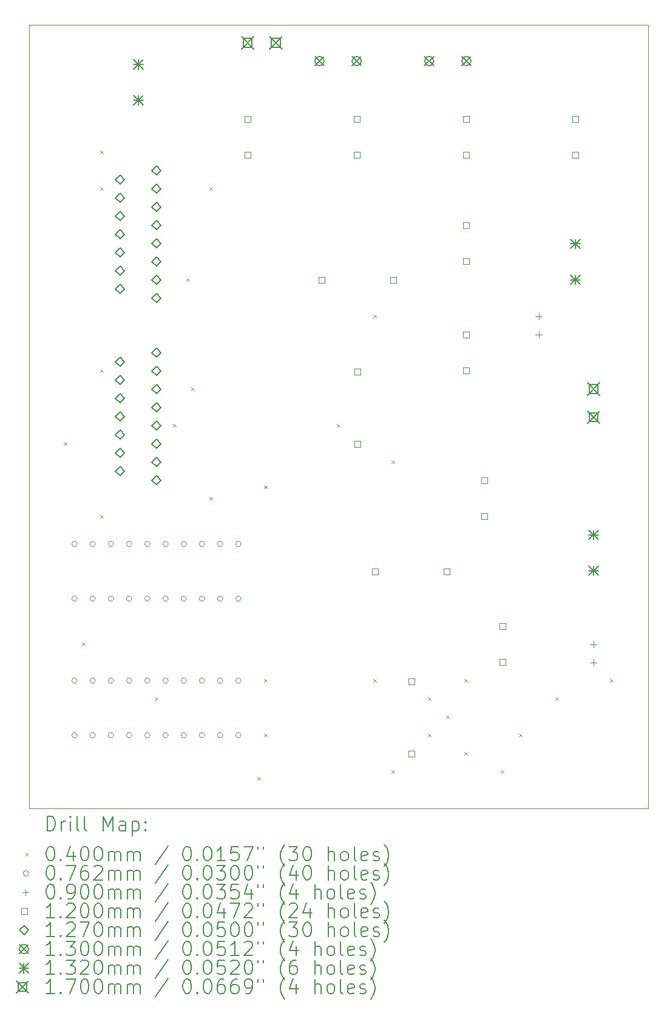
<source format=gbr>
%FSLAX45Y45*%
G04 Gerber Fmt 4.5, Leading zero omitted, Abs format (unit mm)*
G04 Created by KiCad (PCBNEW (6.0.1)) date 2022-02-23 20:14:45*
%MOMM*%
%LPD*%
G01*
G04 APERTURE LIST*
%TA.AperFunction,Profile*%
%ADD10C,0.100000*%
%TD*%
%ADD11C,0.200000*%
%ADD12C,0.040000*%
%ADD13C,0.076200*%
%ADD14C,0.090000*%
%ADD15C,0.120000*%
%ADD16C,0.127000*%
%ADD17C,0.130000*%
%ADD18C,0.132000*%
%ADD19C,0.170000*%
G04 APERTURE END LIST*
D10*
X9906000Y-12700000D02*
X1270000Y-12700000D01*
X1270000Y-12700000D02*
X1270000Y-1778000D01*
X1270000Y-1778000D02*
X9906000Y-1778000D01*
X9906000Y-1778000D02*
X9906000Y-12700000D01*
D11*
D12*
X1758000Y-7600000D02*
X1798000Y-7640000D01*
X1798000Y-7600000D02*
X1758000Y-7640000D01*
X2012000Y-10394000D02*
X2052000Y-10434000D01*
X2052000Y-10394000D02*
X2012000Y-10434000D01*
X2266000Y-3536000D02*
X2306000Y-3576000D01*
X2306000Y-3536000D02*
X2266000Y-3576000D01*
X2266000Y-4044000D02*
X2306000Y-4084000D01*
X2306000Y-4044000D02*
X2266000Y-4084000D01*
X2266000Y-6584000D02*
X2306000Y-6624000D01*
X2306000Y-6584000D02*
X2266000Y-6624000D01*
X2266000Y-8616000D02*
X2306000Y-8656000D01*
X2306000Y-8616000D02*
X2266000Y-8656000D01*
X3028000Y-11156000D02*
X3068000Y-11196000D01*
X3068000Y-11156000D02*
X3028000Y-11196000D01*
X3282000Y-7346000D02*
X3322000Y-7386000D01*
X3322000Y-7346000D02*
X3282000Y-7386000D01*
X3466993Y-5314000D02*
X3506993Y-5354000D01*
X3506993Y-5314000D02*
X3466993Y-5354000D01*
X3536000Y-6838000D02*
X3576000Y-6878000D01*
X3576000Y-6838000D02*
X3536000Y-6878000D01*
X3790000Y-4044000D02*
X3830000Y-4084000D01*
X3830000Y-4044000D02*
X3790000Y-4084000D01*
X3790000Y-8362000D02*
X3830000Y-8402000D01*
X3830000Y-8362000D02*
X3790000Y-8402000D01*
X4457000Y-12267000D02*
X4497000Y-12307000D01*
X4497000Y-12267000D02*
X4457000Y-12307000D01*
X4552000Y-8206048D02*
X4592000Y-8246048D01*
X4592000Y-8206048D02*
X4552000Y-8246048D01*
X4552000Y-10902000D02*
X4592000Y-10942000D01*
X4592000Y-10902000D02*
X4552000Y-10942000D01*
X4552000Y-11664000D02*
X4592000Y-11704000D01*
X4592000Y-11664000D02*
X4552000Y-11704000D01*
X5568000Y-7346000D02*
X5608000Y-7386000D01*
X5608000Y-7346000D02*
X5568000Y-7386000D01*
X6076000Y-5822000D02*
X6116000Y-5862000D01*
X6116000Y-5822000D02*
X6076000Y-5862000D01*
X6076000Y-10902000D02*
X6116000Y-10942000D01*
X6116000Y-10902000D02*
X6076000Y-10942000D01*
X6330000Y-7854000D02*
X6370000Y-7894000D01*
X6370000Y-7854000D02*
X6330000Y-7894000D01*
X6330000Y-12172000D02*
X6370000Y-12212000D01*
X6370000Y-12172000D02*
X6330000Y-12212000D01*
X6838000Y-11156000D02*
X6878000Y-11196000D01*
X6878000Y-11156000D02*
X6838000Y-11196000D01*
X6838000Y-11664000D02*
X6878000Y-11704000D01*
X6878000Y-11664000D02*
X6838000Y-11704000D01*
X7092000Y-11410000D02*
X7132000Y-11450000D01*
X7132000Y-11410000D02*
X7092000Y-11450000D01*
X7346000Y-10902000D02*
X7386000Y-10942000D01*
X7386000Y-10902000D02*
X7346000Y-10942000D01*
X7346000Y-11918000D02*
X7386000Y-11958000D01*
X7386000Y-11918000D02*
X7346000Y-11958000D01*
X7854000Y-12172000D02*
X7894000Y-12212000D01*
X7894000Y-12172000D02*
X7854000Y-12212000D01*
X8108000Y-11664000D02*
X8148000Y-11704000D01*
X8148000Y-11664000D02*
X8108000Y-11704000D01*
X8616000Y-11156000D02*
X8656000Y-11196000D01*
X8656000Y-11156000D02*
X8616000Y-11196000D01*
X9378000Y-10902000D02*
X9418000Y-10942000D01*
X9418000Y-10902000D02*
X9378000Y-10942000D01*
D13*
X1943100Y-9017000D02*
G75*
G03*
X1943100Y-9017000I-38100J0D01*
G01*
X1943100Y-9779000D02*
G75*
G03*
X1943100Y-9779000I-38100J0D01*
G01*
X1943100Y-10922000D02*
G75*
G03*
X1943100Y-10922000I-38100J0D01*
G01*
X1943100Y-11684000D02*
G75*
G03*
X1943100Y-11684000I-38100J0D01*
G01*
X2197100Y-9017000D02*
G75*
G03*
X2197100Y-9017000I-38100J0D01*
G01*
X2197100Y-9779000D02*
G75*
G03*
X2197100Y-9779000I-38100J0D01*
G01*
X2197100Y-10922000D02*
G75*
G03*
X2197100Y-10922000I-38100J0D01*
G01*
X2197100Y-11684000D02*
G75*
G03*
X2197100Y-11684000I-38100J0D01*
G01*
X2451100Y-9017000D02*
G75*
G03*
X2451100Y-9017000I-38100J0D01*
G01*
X2451100Y-9779000D02*
G75*
G03*
X2451100Y-9779000I-38100J0D01*
G01*
X2451100Y-10922000D02*
G75*
G03*
X2451100Y-10922000I-38100J0D01*
G01*
X2451100Y-11684000D02*
G75*
G03*
X2451100Y-11684000I-38100J0D01*
G01*
X2705100Y-9017000D02*
G75*
G03*
X2705100Y-9017000I-38100J0D01*
G01*
X2705100Y-9779000D02*
G75*
G03*
X2705100Y-9779000I-38100J0D01*
G01*
X2705100Y-10922000D02*
G75*
G03*
X2705100Y-10922000I-38100J0D01*
G01*
X2705100Y-11684000D02*
G75*
G03*
X2705100Y-11684000I-38100J0D01*
G01*
X2959100Y-9017000D02*
G75*
G03*
X2959100Y-9017000I-38100J0D01*
G01*
X2959100Y-9779000D02*
G75*
G03*
X2959100Y-9779000I-38100J0D01*
G01*
X2959100Y-10922000D02*
G75*
G03*
X2959100Y-10922000I-38100J0D01*
G01*
X2959100Y-11684000D02*
G75*
G03*
X2959100Y-11684000I-38100J0D01*
G01*
X3213100Y-9017000D02*
G75*
G03*
X3213100Y-9017000I-38100J0D01*
G01*
X3213100Y-9779000D02*
G75*
G03*
X3213100Y-9779000I-38100J0D01*
G01*
X3213100Y-10922000D02*
G75*
G03*
X3213100Y-10922000I-38100J0D01*
G01*
X3213100Y-11684000D02*
G75*
G03*
X3213100Y-11684000I-38100J0D01*
G01*
X3467100Y-9017000D02*
G75*
G03*
X3467100Y-9017000I-38100J0D01*
G01*
X3467100Y-9779000D02*
G75*
G03*
X3467100Y-9779000I-38100J0D01*
G01*
X3467100Y-10922000D02*
G75*
G03*
X3467100Y-10922000I-38100J0D01*
G01*
X3467100Y-11684000D02*
G75*
G03*
X3467100Y-11684000I-38100J0D01*
G01*
X3721100Y-9017000D02*
G75*
G03*
X3721100Y-9017000I-38100J0D01*
G01*
X3721100Y-9779000D02*
G75*
G03*
X3721100Y-9779000I-38100J0D01*
G01*
X3721100Y-10922000D02*
G75*
G03*
X3721100Y-10922000I-38100J0D01*
G01*
X3721100Y-11684000D02*
G75*
G03*
X3721100Y-11684000I-38100J0D01*
G01*
X3975100Y-9017000D02*
G75*
G03*
X3975100Y-9017000I-38100J0D01*
G01*
X3975100Y-9779000D02*
G75*
G03*
X3975100Y-9779000I-38100J0D01*
G01*
X3975100Y-10922000D02*
G75*
G03*
X3975100Y-10922000I-38100J0D01*
G01*
X3975100Y-11684000D02*
G75*
G03*
X3975100Y-11684000I-38100J0D01*
G01*
X4229100Y-9017000D02*
G75*
G03*
X4229100Y-9017000I-38100J0D01*
G01*
X4229100Y-9779000D02*
G75*
G03*
X4229100Y-9779000I-38100J0D01*
G01*
X4229100Y-10922000D02*
G75*
G03*
X4229100Y-10922000I-38100J0D01*
G01*
X4229100Y-11684000D02*
G75*
G03*
X4229100Y-11684000I-38100J0D01*
G01*
D14*
X8382000Y-5797000D02*
X8382000Y-5887000D01*
X8337000Y-5842000D02*
X8427000Y-5842000D01*
X8382000Y-6051000D02*
X8382000Y-6141000D01*
X8337000Y-6096000D02*
X8427000Y-6096000D01*
X9144000Y-10369000D02*
X9144000Y-10459000D01*
X9099000Y-10414000D02*
X9189000Y-10414000D01*
X9144000Y-10623000D02*
X9144000Y-10713000D01*
X9099000Y-10668000D02*
X9189000Y-10668000D01*
D15*
X4360427Y-3136427D02*
X4360427Y-3051573D01*
X4275573Y-3051573D01*
X4275573Y-3136427D01*
X4360427Y-3136427D01*
X4360427Y-3636427D02*
X4360427Y-3551573D01*
X4275573Y-3551573D01*
X4275573Y-3636427D01*
X4360427Y-3636427D01*
X5392427Y-5376427D02*
X5392427Y-5291573D01*
X5307573Y-5291573D01*
X5307573Y-5376427D01*
X5392427Y-5376427D01*
X5884427Y-3136427D02*
X5884427Y-3051573D01*
X5799573Y-3051573D01*
X5799573Y-3136427D01*
X5884427Y-3136427D01*
X5884427Y-3636427D02*
X5884427Y-3551573D01*
X5799573Y-3551573D01*
X5799573Y-3636427D01*
X5884427Y-3636427D01*
X5892427Y-6662427D02*
X5892427Y-6577573D01*
X5807573Y-6577573D01*
X5807573Y-6662427D01*
X5892427Y-6662427D01*
X5892427Y-7662427D02*
X5892427Y-7577573D01*
X5807573Y-7577573D01*
X5807573Y-7662427D01*
X5892427Y-7662427D01*
X6138427Y-9440427D02*
X6138427Y-9355573D01*
X6053573Y-9355573D01*
X6053573Y-9440427D01*
X6138427Y-9440427D01*
X6392427Y-5376427D02*
X6392427Y-5291573D01*
X6307573Y-5291573D01*
X6307573Y-5376427D01*
X6392427Y-5376427D01*
X6646427Y-10980427D02*
X6646427Y-10895573D01*
X6561573Y-10895573D01*
X6561573Y-10980427D01*
X6646427Y-10980427D01*
X6646427Y-11980427D02*
X6646427Y-11895573D01*
X6561573Y-11895573D01*
X6561573Y-11980427D01*
X6646427Y-11980427D01*
X7138427Y-9440427D02*
X7138427Y-9355573D01*
X7053573Y-9355573D01*
X7053573Y-9440427D01*
X7138427Y-9440427D01*
X7408427Y-3136427D02*
X7408427Y-3051573D01*
X7323573Y-3051573D01*
X7323573Y-3136427D01*
X7408427Y-3136427D01*
X7408427Y-3636427D02*
X7408427Y-3551573D01*
X7323573Y-3551573D01*
X7323573Y-3636427D01*
X7408427Y-3636427D01*
X7408427Y-4614427D02*
X7408427Y-4529573D01*
X7323573Y-4529573D01*
X7323573Y-4614427D01*
X7408427Y-4614427D01*
X7408427Y-5114427D02*
X7408427Y-5029573D01*
X7323573Y-5029573D01*
X7323573Y-5114427D01*
X7408427Y-5114427D01*
X7408427Y-6138427D02*
X7408427Y-6053573D01*
X7323573Y-6053573D01*
X7323573Y-6138427D01*
X7408427Y-6138427D01*
X7408427Y-6638427D02*
X7408427Y-6553573D01*
X7323573Y-6553573D01*
X7323573Y-6638427D01*
X7408427Y-6638427D01*
X7662427Y-8170427D02*
X7662427Y-8085573D01*
X7577573Y-8085573D01*
X7577573Y-8170427D01*
X7662427Y-8170427D01*
X7662427Y-8670427D02*
X7662427Y-8585573D01*
X7577573Y-8585573D01*
X7577573Y-8670427D01*
X7662427Y-8670427D01*
X7916427Y-10202427D02*
X7916427Y-10117573D01*
X7831573Y-10117573D01*
X7831573Y-10202427D01*
X7916427Y-10202427D01*
X7916427Y-10702427D02*
X7916427Y-10617573D01*
X7831573Y-10617573D01*
X7831573Y-10702427D01*
X7916427Y-10702427D01*
X8932427Y-3136427D02*
X8932427Y-3051573D01*
X8847573Y-3051573D01*
X8847573Y-3136427D01*
X8932427Y-3136427D01*
X8932427Y-3636427D02*
X8932427Y-3551573D01*
X8847573Y-3551573D01*
X8847573Y-3636427D01*
X8932427Y-3636427D01*
D16*
X2540000Y-4000500D02*
X2603500Y-3937000D01*
X2540000Y-3873500D01*
X2476500Y-3937000D01*
X2540000Y-4000500D01*
X2540000Y-4254500D02*
X2603500Y-4191000D01*
X2540000Y-4127500D01*
X2476500Y-4191000D01*
X2540000Y-4254500D01*
X2540000Y-4508500D02*
X2603500Y-4445000D01*
X2540000Y-4381500D01*
X2476500Y-4445000D01*
X2540000Y-4508500D01*
X2540000Y-4762500D02*
X2603500Y-4699000D01*
X2540000Y-4635500D01*
X2476500Y-4699000D01*
X2540000Y-4762500D01*
X2540000Y-5016500D02*
X2603500Y-4953000D01*
X2540000Y-4889500D01*
X2476500Y-4953000D01*
X2540000Y-5016500D01*
X2540000Y-5270500D02*
X2603500Y-5207000D01*
X2540000Y-5143500D01*
X2476500Y-5207000D01*
X2540000Y-5270500D01*
X2540000Y-5524500D02*
X2603500Y-5461000D01*
X2540000Y-5397500D01*
X2476500Y-5461000D01*
X2540000Y-5524500D01*
X2540000Y-6540500D02*
X2603500Y-6477000D01*
X2540000Y-6413500D01*
X2476500Y-6477000D01*
X2540000Y-6540500D01*
X2540000Y-6794500D02*
X2603500Y-6731000D01*
X2540000Y-6667500D01*
X2476500Y-6731000D01*
X2540000Y-6794500D01*
X2540000Y-7048500D02*
X2603500Y-6985000D01*
X2540000Y-6921500D01*
X2476500Y-6985000D01*
X2540000Y-7048500D01*
X2540000Y-7302500D02*
X2603500Y-7239000D01*
X2540000Y-7175500D01*
X2476500Y-7239000D01*
X2540000Y-7302500D01*
X2540000Y-7556500D02*
X2603500Y-7493000D01*
X2540000Y-7429500D01*
X2476500Y-7493000D01*
X2540000Y-7556500D01*
X2540000Y-7810500D02*
X2603500Y-7747000D01*
X2540000Y-7683500D01*
X2476500Y-7747000D01*
X2540000Y-7810500D01*
X2540000Y-8064500D02*
X2603500Y-8001000D01*
X2540000Y-7937500D01*
X2476500Y-8001000D01*
X2540000Y-8064500D01*
X3048000Y-3873500D02*
X3111500Y-3810000D01*
X3048000Y-3746500D01*
X2984500Y-3810000D01*
X3048000Y-3873500D01*
X3048000Y-4127500D02*
X3111500Y-4064000D01*
X3048000Y-4000500D01*
X2984500Y-4064000D01*
X3048000Y-4127500D01*
X3048000Y-4381500D02*
X3111500Y-4318000D01*
X3048000Y-4254500D01*
X2984500Y-4318000D01*
X3048000Y-4381500D01*
X3048000Y-4635500D02*
X3111500Y-4572000D01*
X3048000Y-4508500D01*
X2984500Y-4572000D01*
X3048000Y-4635500D01*
X3048000Y-4889500D02*
X3111500Y-4826000D01*
X3048000Y-4762500D01*
X2984500Y-4826000D01*
X3048000Y-4889500D01*
X3048000Y-5143500D02*
X3111500Y-5080000D01*
X3048000Y-5016500D01*
X2984500Y-5080000D01*
X3048000Y-5143500D01*
X3048000Y-5397500D02*
X3111500Y-5334000D01*
X3048000Y-5270500D01*
X2984500Y-5334000D01*
X3048000Y-5397500D01*
X3048000Y-5651500D02*
X3111500Y-5588000D01*
X3048000Y-5524500D01*
X2984500Y-5588000D01*
X3048000Y-5651500D01*
X3048000Y-6413500D02*
X3111500Y-6350000D01*
X3048000Y-6286500D01*
X2984500Y-6350000D01*
X3048000Y-6413500D01*
X3048000Y-6667500D02*
X3111500Y-6604000D01*
X3048000Y-6540500D01*
X2984500Y-6604000D01*
X3048000Y-6667500D01*
X3048000Y-6921500D02*
X3111500Y-6858000D01*
X3048000Y-6794500D01*
X2984500Y-6858000D01*
X3048000Y-6921500D01*
X3048000Y-7175500D02*
X3111500Y-7112000D01*
X3048000Y-7048500D01*
X2984500Y-7112000D01*
X3048000Y-7175500D01*
X3048000Y-7429500D02*
X3111500Y-7366000D01*
X3048000Y-7302500D01*
X2984500Y-7366000D01*
X3048000Y-7429500D01*
X3048000Y-7683500D02*
X3111500Y-7620000D01*
X3048000Y-7556500D01*
X2984500Y-7620000D01*
X3048000Y-7683500D01*
X3048000Y-7937500D02*
X3111500Y-7874000D01*
X3048000Y-7810500D01*
X2984500Y-7874000D01*
X3048000Y-7937500D01*
X3048000Y-8191500D02*
X3111500Y-8128000D01*
X3048000Y-8064500D01*
X2984500Y-8128000D01*
X3048000Y-8191500D01*
D17*
X5257000Y-2221000D02*
X5387000Y-2351000D01*
X5387000Y-2221000D02*
X5257000Y-2351000D01*
X5387000Y-2286000D02*
G75*
G03*
X5387000Y-2286000I-65000J0D01*
G01*
X5777000Y-2221000D02*
X5907000Y-2351000D01*
X5907000Y-2221000D02*
X5777000Y-2351000D01*
X5907000Y-2286000D02*
G75*
G03*
X5907000Y-2286000I-65000J0D01*
G01*
X6787000Y-2221000D02*
X6917000Y-2351000D01*
X6917000Y-2221000D02*
X6787000Y-2351000D01*
X6917000Y-2286000D02*
G75*
G03*
X6917000Y-2286000I-65000J0D01*
G01*
X7307000Y-2221000D02*
X7437000Y-2351000D01*
X7437000Y-2221000D02*
X7307000Y-2351000D01*
X7437000Y-2286000D02*
G75*
G03*
X7437000Y-2286000I-65000J0D01*
G01*
D18*
X2728000Y-2266000D02*
X2860000Y-2398000D01*
X2860000Y-2266000D02*
X2728000Y-2398000D01*
X2794000Y-2266000D02*
X2794000Y-2398000D01*
X2728000Y-2332000D02*
X2860000Y-2332000D01*
X2728000Y-2766000D02*
X2860000Y-2898000D01*
X2860000Y-2766000D02*
X2728000Y-2898000D01*
X2794000Y-2766000D02*
X2794000Y-2898000D01*
X2728000Y-2832000D02*
X2860000Y-2832000D01*
X8824000Y-4768000D02*
X8956000Y-4900000D01*
X8956000Y-4768000D02*
X8824000Y-4900000D01*
X8890000Y-4768000D02*
X8890000Y-4900000D01*
X8824000Y-4834000D02*
X8956000Y-4834000D01*
X8824000Y-5268000D02*
X8956000Y-5400000D01*
X8956000Y-5268000D02*
X8824000Y-5400000D01*
X8890000Y-5268000D02*
X8890000Y-5400000D01*
X8824000Y-5334000D02*
X8956000Y-5334000D01*
X9078000Y-8824000D02*
X9210000Y-8956000D01*
X9210000Y-8824000D02*
X9078000Y-8956000D01*
X9144000Y-8824000D02*
X9144000Y-8956000D01*
X9078000Y-8890000D02*
X9210000Y-8890000D01*
X9078000Y-9324000D02*
X9210000Y-9456000D01*
X9210000Y-9324000D02*
X9078000Y-9456000D01*
X9144000Y-9324000D02*
X9144000Y-9456000D01*
X9078000Y-9390000D02*
X9210000Y-9390000D01*
D19*
X4233000Y-1947000D02*
X4403000Y-2117000D01*
X4403000Y-1947000D02*
X4233000Y-2117000D01*
X4378105Y-2092105D02*
X4378105Y-1971895D01*
X4257895Y-1971895D01*
X4257895Y-2092105D01*
X4378105Y-2092105D01*
X4629000Y-1947000D02*
X4799000Y-2117000D01*
X4799000Y-1947000D02*
X4629000Y-2117000D01*
X4774105Y-2092105D02*
X4774105Y-1971895D01*
X4653895Y-1971895D01*
X4653895Y-2092105D01*
X4774105Y-2092105D01*
X9059000Y-6773000D02*
X9229000Y-6943000D01*
X9229000Y-6773000D02*
X9059000Y-6943000D01*
X9204105Y-6918105D02*
X9204105Y-6797895D01*
X9083895Y-6797895D01*
X9083895Y-6918105D01*
X9204105Y-6918105D01*
X9059000Y-7169000D02*
X9229000Y-7339000D01*
X9229000Y-7169000D02*
X9059000Y-7339000D01*
X9204105Y-7314105D02*
X9204105Y-7193895D01*
X9083895Y-7193895D01*
X9083895Y-7314105D01*
X9204105Y-7314105D01*
D11*
X1522619Y-13015476D02*
X1522619Y-12815476D01*
X1570238Y-12815476D01*
X1598809Y-12825000D01*
X1617857Y-12844048D01*
X1627381Y-12863095D01*
X1636905Y-12901190D01*
X1636905Y-12929762D01*
X1627381Y-12967857D01*
X1617857Y-12986905D01*
X1598809Y-13005952D01*
X1570238Y-13015476D01*
X1522619Y-13015476D01*
X1722619Y-13015476D02*
X1722619Y-12882143D01*
X1722619Y-12920238D02*
X1732143Y-12901190D01*
X1741667Y-12891667D01*
X1760714Y-12882143D01*
X1779762Y-12882143D01*
X1846428Y-13015476D02*
X1846428Y-12882143D01*
X1846428Y-12815476D02*
X1836905Y-12825000D01*
X1846428Y-12834524D01*
X1855952Y-12825000D01*
X1846428Y-12815476D01*
X1846428Y-12834524D01*
X1970238Y-13015476D02*
X1951190Y-13005952D01*
X1941667Y-12986905D01*
X1941667Y-12815476D01*
X2075000Y-13015476D02*
X2055952Y-13005952D01*
X2046428Y-12986905D01*
X2046428Y-12815476D01*
X2303571Y-13015476D02*
X2303571Y-12815476D01*
X2370238Y-12958333D01*
X2436905Y-12815476D01*
X2436905Y-13015476D01*
X2617857Y-13015476D02*
X2617857Y-12910714D01*
X2608333Y-12891667D01*
X2589286Y-12882143D01*
X2551190Y-12882143D01*
X2532143Y-12891667D01*
X2617857Y-13005952D02*
X2598810Y-13015476D01*
X2551190Y-13015476D01*
X2532143Y-13005952D01*
X2522619Y-12986905D01*
X2522619Y-12967857D01*
X2532143Y-12948809D01*
X2551190Y-12939286D01*
X2598810Y-12939286D01*
X2617857Y-12929762D01*
X2713095Y-12882143D02*
X2713095Y-13082143D01*
X2713095Y-12891667D02*
X2732143Y-12882143D01*
X2770238Y-12882143D01*
X2789286Y-12891667D01*
X2798809Y-12901190D01*
X2808333Y-12920238D01*
X2808333Y-12977381D01*
X2798809Y-12996428D01*
X2789286Y-13005952D01*
X2770238Y-13015476D01*
X2732143Y-13015476D01*
X2713095Y-13005952D01*
X2894048Y-12996428D02*
X2903571Y-13005952D01*
X2894048Y-13015476D01*
X2884524Y-13005952D01*
X2894048Y-12996428D01*
X2894048Y-13015476D01*
X2894048Y-12891667D02*
X2903571Y-12901190D01*
X2894048Y-12910714D01*
X2884524Y-12901190D01*
X2894048Y-12891667D01*
X2894048Y-12910714D01*
D12*
X1225000Y-13325000D02*
X1265000Y-13365000D01*
X1265000Y-13325000D02*
X1225000Y-13365000D01*
D11*
X1560714Y-13235476D02*
X1579762Y-13235476D01*
X1598809Y-13245000D01*
X1608333Y-13254524D01*
X1617857Y-13273571D01*
X1627381Y-13311667D01*
X1627381Y-13359286D01*
X1617857Y-13397381D01*
X1608333Y-13416428D01*
X1598809Y-13425952D01*
X1579762Y-13435476D01*
X1560714Y-13435476D01*
X1541667Y-13425952D01*
X1532143Y-13416428D01*
X1522619Y-13397381D01*
X1513095Y-13359286D01*
X1513095Y-13311667D01*
X1522619Y-13273571D01*
X1532143Y-13254524D01*
X1541667Y-13245000D01*
X1560714Y-13235476D01*
X1713095Y-13416428D02*
X1722619Y-13425952D01*
X1713095Y-13435476D01*
X1703571Y-13425952D01*
X1713095Y-13416428D01*
X1713095Y-13435476D01*
X1894048Y-13302143D02*
X1894048Y-13435476D01*
X1846428Y-13225952D02*
X1798809Y-13368809D01*
X1922619Y-13368809D01*
X2036905Y-13235476D02*
X2055952Y-13235476D01*
X2075000Y-13245000D01*
X2084524Y-13254524D01*
X2094048Y-13273571D01*
X2103571Y-13311667D01*
X2103571Y-13359286D01*
X2094048Y-13397381D01*
X2084524Y-13416428D01*
X2075000Y-13425952D01*
X2055952Y-13435476D01*
X2036905Y-13435476D01*
X2017857Y-13425952D01*
X2008333Y-13416428D01*
X1998809Y-13397381D01*
X1989286Y-13359286D01*
X1989286Y-13311667D01*
X1998809Y-13273571D01*
X2008333Y-13254524D01*
X2017857Y-13245000D01*
X2036905Y-13235476D01*
X2227381Y-13235476D02*
X2246429Y-13235476D01*
X2265476Y-13245000D01*
X2275000Y-13254524D01*
X2284524Y-13273571D01*
X2294048Y-13311667D01*
X2294048Y-13359286D01*
X2284524Y-13397381D01*
X2275000Y-13416428D01*
X2265476Y-13425952D01*
X2246429Y-13435476D01*
X2227381Y-13435476D01*
X2208333Y-13425952D01*
X2198810Y-13416428D01*
X2189286Y-13397381D01*
X2179762Y-13359286D01*
X2179762Y-13311667D01*
X2189286Y-13273571D01*
X2198810Y-13254524D01*
X2208333Y-13245000D01*
X2227381Y-13235476D01*
X2379762Y-13435476D02*
X2379762Y-13302143D01*
X2379762Y-13321190D02*
X2389286Y-13311667D01*
X2408333Y-13302143D01*
X2436905Y-13302143D01*
X2455952Y-13311667D01*
X2465476Y-13330714D01*
X2465476Y-13435476D01*
X2465476Y-13330714D02*
X2475000Y-13311667D01*
X2494048Y-13302143D01*
X2522619Y-13302143D01*
X2541667Y-13311667D01*
X2551190Y-13330714D01*
X2551190Y-13435476D01*
X2646429Y-13435476D02*
X2646429Y-13302143D01*
X2646429Y-13321190D02*
X2655952Y-13311667D01*
X2675000Y-13302143D01*
X2703571Y-13302143D01*
X2722619Y-13311667D01*
X2732143Y-13330714D01*
X2732143Y-13435476D01*
X2732143Y-13330714D02*
X2741667Y-13311667D01*
X2760714Y-13302143D01*
X2789286Y-13302143D01*
X2808333Y-13311667D01*
X2817857Y-13330714D01*
X2817857Y-13435476D01*
X3208333Y-13225952D02*
X3036905Y-13483095D01*
X3465476Y-13235476D02*
X3484524Y-13235476D01*
X3503571Y-13245000D01*
X3513095Y-13254524D01*
X3522619Y-13273571D01*
X3532143Y-13311667D01*
X3532143Y-13359286D01*
X3522619Y-13397381D01*
X3513095Y-13416428D01*
X3503571Y-13425952D01*
X3484524Y-13435476D01*
X3465476Y-13435476D01*
X3446428Y-13425952D01*
X3436905Y-13416428D01*
X3427381Y-13397381D01*
X3417857Y-13359286D01*
X3417857Y-13311667D01*
X3427381Y-13273571D01*
X3436905Y-13254524D01*
X3446428Y-13245000D01*
X3465476Y-13235476D01*
X3617857Y-13416428D02*
X3627381Y-13425952D01*
X3617857Y-13435476D01*
X3608333Y-13425952D01*
X3617857Y-13416428D01*
X3617857Y-13435476D01*
X3751190Y-13235476D02*
X3770238Y-13235476D01*
X3789286Y-13245000D01*
X3798809Y-13254524D01*
X3808333Y-13273571D01*
X3817857Y-13311667D01*
X3817857Y-13359286D01*
X3808333Y-13397381D01*
X3798809Y-13416428D01*
X3789286Y-13425952D01*
X3770238Y-13435476D01*
X3751190Y-13435476D01*
X3732143Y-13425952D01*
X3722619Y-13416428D01*
X3713095Y-13397381D01*
X3703571Y-13359286D01*
X3703571Y-13311667D01*
X3713095Y-13273571D01*
X3722619Y-13254524D01*
X3732143Y-13245000D01*
X3751190Y-13235476D01*
X4008333Y-13435476D02*
X3894048Y-13435476D01*
X3951190Y-13435476D02*
X3951190Y-13235476D01*
X3932143Y-13264048D01*
X3913095Y-13283095D01*
X3894048Y-13292619D01*
X4189286Y-13235476D02*
X4094048Y-13235476D01*
X4084524Y-13330714D01*
X4094048Y-13321190D01*
X4113095Y-13311667D01*
X4160714Y-13311667D01*
X4179762Y-13321190D01*
X4189286Y-13330714D01*
X4198810Y-13349762D01*
X4198810Y-13397381D01*
X4189286Y-13416428D01*
X4179762Y-13425952D01*
X4160714Y-13435476D01*
X4113095Y-13435476D01*
X4094048Y-13425952D01*
X4084524Y-13416428D01*
X4265476Y-13235476D02*
X4398810Y-13235476D01*
X4313095Y-13435476D01*
X4465476Y-13235476D02*
X4465476Y-13273571D01*
X4541667Y-13235476D02*
X4541667Y-13273571D01*
X4836905Y-13511667D02*
X4827381Y-13502143D01*
X4808333Y-13473571D01*
X4798810Y-13454524D01*
X4789286Y-13425952D01*
X4779762Y-13378333D01*
X4779762Y-13340238D01*
X4789286Y-13292619D01*
X4798810Y-13264048D01*
X4808333Y-13245000D01*
X4827381Y-13216428D01*
X4836905Y-13206905D01*
X4894048Y-13235476D02*
X5017857Y-13235476D01*
X4951190Y-13311667D01*
X4979762Y-13311667D01*
X4998810Y-13321190D01*
X5008333Y-13330714D01*
X5017857Y-13349762D01*
X5017857Y-13397381D01*
X5008333Y-13416428D01*
X4998810Y-13425952D01*
X4979762Y-13435476D01*
X4922619Y-13435476D01*
X4903571Y-13425952D01*
X4894048Y-13416428D01*
X5141667Y-13235476D02*
X5160714Y-13235476D01*
X5179762Y-13245000D01*
X5189286Y-13254524D01*
X5198810Y-13273571D01*
X5208333Y-13311667D01*
X5208333Y-13359286D01*
X5198810Y-13397381D01*
X5189286Y-13416428D01*
X5179762Y-13425952D01*
X5160714Y-13435476D01*
X5141667Y-13435476D01*
X5122619Y-13425952D01*
X5113095Y-13416428D01*
X5103571Y-13397381D01*
X5094048Y-13359286D01*
X5094048Y-13311667D01*
X5103571Y-13273571D01*
X5113095Y-13254524D01*
X5122619Y-13245000D01*
X5141667Y-13235476D01*
X5446429Y-13435476D02*
X5446429Y-13235476D01*
X5532143Y-13435476D02*
X5532143Y-13330714D01*
X5522619Y-13311667D01*
X5503571Y-13302143D01*
X5475000Y-13302143D01*
X5455952Y-13311667D01*
X5446429Y-13321190D01*
X5655952Y-13435476D02*
X5636905Y-13425952D01*
X5627381Y-13416428D01*
X5617857Y-13397381D01*
X5617857Y-13340238D01*
X5627381Y-13321190D01*
X5636905Y-13311667D01*
X5655952Y-13302143D01*
X5684524Y-13302143D01*
X5703571Y-13311667D01*
X5713095Y-13321190D01*
X5722619Y-13340238D01*
X5722619Y-13397381D01*
X5713095Y-13416428D01*
X5703571Y-13425952D01*
X5684524Y-13435476D01*
X5655952Y-13435476D01*
X5836905Y-13435476D02*
X5817857Y-13425952D01*
X5808333Y-13406905D01*
X5808333Y-13235476D01*
X5989286Y-13425952D02*
X5970238Y-13435476D01*
X5932143Y-13435476D01*
X5913095Y-13425952D01*
X5903571Y-13406905D01*
X5903571Y-13330714D01*
X5913095Y-13311667D01*
X5932143Y-13302143D01*
X5970238Y-13302143D01*
X5989286Y-13311667D01*
X5998809Y-13330714D01*
X5998809Y-13349762D01*
X5903571Y-13368809D01*
X6075000Y-13425952D02*
X6094048Y-13435476D01*
X6132143Y-13435476D01*
X6151190Y-13425952D01*
X6160714Y-13406905D01*
X6160714Y-13397381D01*
X6151190Y-13378333D01*
X6132143Y-13368809D01*
X6103571Y-13368809D01*
X6084524Y-13359286D01*
X6075000Y-13340238D01*
X6075000Y-13330714D01*
X6084524Y-13311667D01*
X6103571Y-13302143D01*
X6132143Y-13302143D01*
X6151190Y-13311667D01*
X6227381Y-13511667D02*
X6236905Y-13502143D01*
X6255952Y-13473571D01*
X6265476Y-13454524D01*
X6275000Y-13425952D01*
X6284524Y-13378333D01*
X6284524Y-13340238D01*
X6275000Y-13292619D01*
X6265476Y-13264048D01*
X6255952Y-13245000D01*
X6236905Y-13216428D01*
X6227381Y-13206905D01*
D13*
X1265000Y-13609000D02*
G75*
G03*
X1265000Y-13609000I-38100J0D01*
G01*
D11*
X1560714Y-13499476D02*
X1579762Y-13499476D01*
X1598809Y-13509000D01*
X1608333Y-13518524D01*
X1617857Y-13537571D01*
X1627381Y-13575667D01*
X1627381Y-13623286D01*
X1617857Y-13661381D01*
X1608333Y-13680428D01*
X1598809Y-13689952D01*
X1579762Y-13699476D01*
X1560714Y-13699476D01*
X1541667Y-13689952D01*
X1532143Y-13680428D01*
X1522619Y-13661381D01*
X1513095Y-13623286D01*
X1513095Y-13575667D01*
X1522619Y-13537571D01*
X1532143Y-13518524D01*
X1541667Y-13509000D01*
X1560714Y-13499476D01*
X1713095Y-13680428D02*
X1722619Y-13689952D01*
X1713095Y-13699476D01*
X1703571Y-13689952D01*
X1713095Y-13680428D01*
X1713095Y-13699476D01*
X1789286Y-13499476D02*
X1922619Y-13499476D01*
X1836905Y-13699476D01*
X2084524Y-13499476D02*
X2046428Y-13499476D01*
X2027381Y-13509000D01*
X2017857Y-13518524D01*
X1998809Y-13547095D01*
X1989286Y-13585190D01*
X1989286Y-13661381D01*
X1998809Y-13680428D01*
X2008333Y-13689952D01*
X2027381Y-13699476D01*
X2065476Y-13699476D01*
X2084524Y-13689952D01*
X2094048Y-13680428D01*
X2103571Y-13661381D01*
X2103571Y-13613762D01*
X2094048Y-13594714D01*
X2084524Y-13585190D01*
X2065476Y-13575667D01*
X2027381Y-13575667D01*
X2008333Y-13585190D01*
X1998809Y-13594714D01*
X1989286Y-13613762D01*
X2179762Y-13518524D02*
X2189286Y-13509000D01*
X2208333Y-13499476D01*
X2255952Y-13499476D01*
X2275000Y-13509000D01*
X2284524Y-13518524D01*
X2294048Y-13537571D01*
X2294048Y-13556619D01*
X2284524Y-13585190D01*
X2170238Y-13699476D01*
X2294048Y-13699476D01*
X2379762Y-13699476D02*
X2379762Y-13566143D01*
X2379762Y-13585190D02*
X2389286Y-13575667D01*
X2408333Y-13566143D01*
X2436905Y-13566143D01*
X2455952Y-13575667D01*
X2465476Y-13594714D01*
X2465476Y-13699476D01*
X2465476Y-13594714D02*
X2475000Y-13575667D01*
X2494048Y-13566143D01*
X2522619Y-13566143D01*
X2541667Y-13575667D01*
X2551190Y-13594714D01*
X2551190Y-13699476D01*
X2646429Y-13699476D02*
X2646429Y-13566143D01*
X2646429Y-13585190D02*
X2655952Y-13575667D01*
X2675000Y-13566143D01*
X2703571Y-13566143D01*
X2722619Y-13575667D01*
X2732143Y-13594714D01*
X2732143Y-13699476D01*
X2732143Y-13594714D02*
X2741667Y-13575667D01*
X2760714Y-13566143D01*
X2789286Y-13566143D01*
X2808333Y-13575667D01*
X2817857Y-13594714D01*
X2817857Y-13699476D01*
X3208333Y-13489952D02*
X3036905Y-13747095D01*
X3465476Y-13499476D02*
X3484524Y-13499476D01*
X3503571Y-13509000D01*
X3513095Y-13518524D01*
X3522619Y-13537571D01*
X3532143Y-13575667D01*
X3532143Y-13623286D01*
X3522619Y-13661381D01*
X3513095Y-13680428D01*
X3503571Y-13689952D01*
X3484524Y-13699476D01*
X3465476Y-13699476D01*
X3446428Y-13689952D01*
X3436905Y-13680428D01*
X3427381Y-13661381D01*
X3417857Y-13623286D01*
X3417857Y-13575667D01*
X3427381Y-13537571D01*
X3436905Y-13518524D01*
X3446428Y-13509000D01*
X3465476Y-13499476D01*
X3617857Y-13680428D02*
X3627381Y-13689952D01*
X3617857Y-13699476D01*
X3608333Y-13689952D01*
X3617857Y-13680428D01*
X3617857Y-13699476D01*
X3751190Y-13499476D02*
X3770238Y-13499476D01*
X3789286Y-13509000D01*
X3798809Y-13518524D01*
X3808333Y-13537571D01*
X3817857Y-13575667D01*
X3817857Y-13623286D01*
X3808333Y-13661381D01*
X3798809Y-13680428D01*
X3789286Y-13689952D01*
X3770238Y-13699476D01*
X3751190Y-13699476D01*
X3732143Y-13689952D01*
X3722619Y-13680428D01*
X3713095Y-13661381D01*
X3703571Y-13623286D01*
X3703571Y-13575667D01*
X3713095Y-13537571D01*
X3722619Y-13518524D01*
X3732143Y-13509000D01*
X3751190Y-13499476D01*
X3884524Y-13499476D02*
X4008333Y-13499476D01*
X3941667Y-13575667D01*
X3970238Y-13575667D01*
X3989286Y-13585190D01*
X3998809Y-13594714D01*
X4008333Y-13613762D01*
X4008333Y-13661381D01*
X3998809Y-13680428D01*
X3989286Y-13689952D01*
X3970238Y-13699476D01*
X3913095Y-13699476D01*
X3894048Y-13689952D01*
X3884524Y-13680428D01*
X4132143Y-13499476D02*
X4151190Y-13499476D01*
X4170238Y-13509000D01*
X4179762Y-13518524D01*
X4189286Y-13537571D01*
X4198810Y-13575667D01*
X4198810Y-13623286D01*
X4189286Y-13661381D01*
X4179762Y-13680428D01*
X4170238Y-13689952D01*
X4151190Y-13699476D01*
X4132143Y-13699476D01*
X4113095Y-13689952D01*
X4103571Y-13680428D01*
X4094048Y-13661381D01*
X4084524Y-13623286D01*
X4084524Y-13575667D01*
X4094048Y-13537571D01*
X4103571Y-13518524D01*
X4113095Y-13509000D01*
X4132143Y-13499476D01*
X4322619Y-13499476D02*
X4341667Y-13499476D01*
X4360714Y-13509000D01*
X4370238Y-13518524D01*
X4379762Y-13537571D01*
X4389286Y-13575667D01*
X4389286Y-13623286D01*
X4379762Y-13661381D01*
X4370238Y-13680428D01*
X4360714Y-13689952D01*
X4341667Y-13699476D01*
X4322619Y-13699476D01*
X4303571Y-13689952D01*
X4294048Y-13680428D01*
X4284524Y-13661381D01*
X4275000Y-13623286D01*
X4275000Y-13575667D01*
X4284524Y-13537571D01*
X4294048Y-13518524D01*
X4303571Y-13509000D01*
X4322619Y-13499476D01*
X4465476Y-13499476D02*
X4465476Y-13537571D01*
X4541667Y-13499476D02*
X4541667Y-13537571D01*
X4836905Y-13775667D02*
X4827381Y-13766143D01*
X4808333Y-13737571D01*
X4798810Y-13718524D01*
X4789286Y-13689952D01*
X4779762Y-13642333D01*
X4779762Y-13604238D01*
X4789286Y-13556619D01*
X4798810Y-13528048D01*
X4808333Y-13509000D01*
X4827381Y-13480428D01*
X4836905Y-13470905D01*
X4998810Y-13566143D02*
X4998810Y-13699476D01*
X4951190Y-13489952D02*
X4903571Y-13632809D01*
X5027381Y-13632809D01*
X5141667Y-13499476D02*
X5160714Y-13499476D01*
X5179762Y-13509000D01*
X5189286Y-13518524D01*
X5198810Y-13537571D01*
X5208333Y-13575667D01*
X5208333Y-13623286D01*
X5198810Y-13661381D01*
X5189286Y-13680428D01*
X5179762Y-13689952D01*
X5160714Y-13699476D01*
X5141667Y-13699476D01*
X5122619Y-13689952D01*
X5113095Y-13680428D01*
X5103571Y-13661381D01*
X5094048Y-13623286D01*
X5094048Y-13575667D01*
X5103571Y-13537571D01*
X5113095Y-13518524D01*
X5122619Y-13509000D01*
X5141667Y-13499476D01*
X5446429Y-13699476D02*
X5446429Y-13499476D01*
X5532143Y-13699476D02*
X5532143Y-13594714D01*
X5522619Y-13575667D01*
X5503571Y-13566143D01*
X5475000Y-13566143D01*
X5455952Y-13575667D01*
X5446429Y-13585190D01*
X5655952Y-13699476D02*
X5636905Y-13689952D01*
X5627381Y-13680428D01*
X5617857Y-13661381D01*
X5617857Y-13604238D01*
X5627381Y-13585190D01*
X5636905Y-13575667D01*
X5655952Y-13566143D01*
X5684524Y-13566143D01*
X5703571Y-13575667D01*
X5713095Y-13585190D01*
X5722619Y-13604238D01*
X5722619Y-13661381D01*
X5713095Y-13680428D01*
X5703571Y-13689952D01*
X5684524Y-13699476D01*
X5655952Y-13699476D01*
X5836905Y-13699476D02*
X5817857Y-13689952D01*
X5808333Y-13670905D01*
X5808333Y-13499476D01*
X5989286Y-13689952D02*
X5970238Y-13699476D01*
X5932143Y-13699476D01*
X5913095Y-13689952D01*
X5903571Y-13670905D01*
X5903571Y-13594714D01*
X5913095Y-13575667D01*
X5932143Y-13566143D01*
X5970238Y-13566143D01*
X5989286Y-13575667D01*
X5998809Y-13594714D01*
X5998809Y-13613762D01*
X5903571Y-13632809D01*
X6075000Y-13689952D02*
X6094048Y-13699476D01*
X6132143Y-13699476D01*
X6151190Y-13689952D01*
X6160714Y-13670905D01*
X6160714Y-13661381D01*
X6151190Y-13642333D01*
X6132143Y-13632809D01*
X6103571Y-13632809D01*
X6084524Y-13623286D01*
X6075000Y-13604238D01*
X6075000Y-13594714D01*
X6084524Y-13575667D01*
X6103571Y-13566143D01*
X6132143Y-13566143D01*
X6151190Y-13575667D01*
X6227381Y-13775667D02*
X6236905Y-13766143D01*
X6255952Y-13737571D01*
X6265476Y-13718524D01*
X6275000Y-13689952D01*
X6284524Y-13642333D01*
X6284524Y-13604238D01*
X6275000Y-13556619D01*
X6265476Y-13528048D01*
X6255952Y-13509000D01*
X6236905Y-13480428D01*
X6227381Y-13470905D01*
D14*
X1220000Y-13828000D02*
X1220000Y-13918000D01*
X1175000Y-13873000D02*
X1265000Y-13873000D01*
D11*
X1560714Y-13763476D02*
X1579762Y-13763476D01*
X1598809Y-13773000D01*
X1608333Y-13782524D01*
X1617857Y-13801571D01*
X1627381Y-13839667D01*
X1627381Y-13887286D01*
X1617857Y-13925381D01*
X1608333Y-13944428D01*
X1598809Y-13953952D01*
X1579762Y-13963476D01*
X1560714Y-13963476D01*
X1541667Y-13953952D01*
X1532143Y-13944428D01*
X1522619Y-13925381D01*
X1513095Y-13887286D01*
X1513095Y-13839667D01*
X1522619Y-13801571D01*
X1532143Y-13782524D01*
X1541667Y-13773000D01*
X1560714Y-13763476D01*
X1713095Y-13944428D02*
X1722619Y-13953952D01*
X1713095Y-13963476D01*
X1703571Y-13953952D01*
X1713095Y-13944428D01*
X1713095Y-13963476D01*
X1817857Y-13963476D02*
X1855952Y-13963476D01*
X1875000Y-13953952D01*
X1884524Y-13944428D01*
X1903571Y-13915857D01*
X1913095Y-13877762D01*
X1913095Y-13801571D01*
X1903571Y-13782524D01*
X1894048Y-13773000D01*
X1875000Y-13763476D01*
X1836905Y-13763476D01*
X1817857Y-13773000D01*
X1808333Y-13782524D01*
X1798809Y-13801571D01*
X1798809Y-13849190D01*
X1808333Y-13868238D01*
X1817857Y-13877762D01*
X1836905Y-13887286D01*
X1875000Y-13887286D01*
X1894048Y-13877762D01*
X1903571Y-13868238D01*
X1913095Y-13849190D01*
X2036905Y-13763476D02*
X2055952Y-13763476D01*
X2075000Y-13773000D01*
X2084524Y-13782524D01*
X2094048Y-13801571D01*
X2103571Y-13839667D01*
X2103571Y-13887286D01*
X2094048Y-13925381D01*
X2084524Y-13944428D01*
X2075000Y-13953952D01*
X2055952Y-13963476D01*
X2036905Y-13963476D01*
X2017857Y-13953952D01*
X2008333Y-13944428D01*
X1998809Y-13925381D01*
X1989286Y-13887286D01*
X1989286Y-13839667D01*
X1998809Y-13801571D01*
X2008333Y-13782524D01*
X2017857Y-13773000D01*
X2036905Y-13763476D01*
X2227381Y-13763476D02*
X2246429Y-13763476D01*
X2265476Y-13773000D01*
X2275000Y-13782524D01*
X2284524Y-13801571D01*
X2294048Y-13839667D01*
X2294048Y-13887286D01*
X2284524Y-13925381D01*
X2275000Y-13944428D01*
X2265476Y-13953952D01*
X2246429Y-13963476D01*
X2227381Y-13963476D01*
X2208333Y-13953952D01*
X2198810Y-13944428D01*
X2189286Y-13925381D01*
X2179762Y-13887286D01*
X2179762Y-13839667D01*
X2189286Y-13801571D01*
X2198810Y-13782524D01*
X2208333Y-13773000D01*
X2227381Y-13763476D01*
X2379762Y-13963476D02*
X2379762Y-13830143D01*
X2379762Y-13849190D02*
X2389286Y-13839667D01*
X2408333Y-13830143D01*
X2436905Y-13830143D01*
X2455952Y-13839667D01*
X2465476Y-13858714D01*
X2465476Y-13963476D01*
X2465476Y-13858714D02*
X2475000Y-13839667D01*
X2494048Y-13830143D01*
X2522619Y-13830143D01*
X2541667Y-13839667D01*
X2551190Y-13858714D01*
X2551190Y-13963476D01*
X2646429Y-13963476D02*
X2646429Y-13830143D01*
X2646429Y-13849190D02*
X2655952Y-13839667D01*
X2675000Y-13830143D01*
X2703571Y-13830143D01*
X2722619Y-13839667D01*
X2732143Y-13858714D01*
X2732143Y-13963476D01*
X2732143Y-13858714D02*
X2741667Y-13839667D01*
X2760714Y-13830143D01*
X2789286Y-13830143D01*
X2808333Y-13839667D01*
X2817857Y-13858714D01*
X2817857Y-13963476D01*
X3208333Y-13753952D02*
X3036905Y-14011095D01*
X3465476Y-13763476D02*
X3484524Y-13763476D01*
X3503571Y-13773000D01*
X3513095Y-13782524D01*
X3522619Y-13801571D01*
X3532143Y-13839667D01*
X3532143Y-13887286D01*
X3522619Y-13925381D01*
X3513095Y-13944428D01*
X3503571Y-13953952D01*
X3484524Y-13963476D01*
X3465476Y-13963476D01*
X3446428Y-13953952D01*
X3436905Y-13944428D01*
X3427381Y-13925381D01*
X3417857Y-13887286D01*
X3417857Y-13839667D01*
X3427381Y-13801571D01*
X3436905Y-13782524D01*
X3446428Y-13773000D01*
X3465476Y-13763476D01*
X3617857Y-13944428D02*
X3627381Y-13953952D01*
X3617857Y-13963476D01*
X3608333Y-13953952D01*
X3617857Y-13944428D01*
X3617857Y-13963476D01*
X3751190Y-13763476D02*
X3770238Y-13763476D01*
X3789286Y-13773000D01*
X3798809Y-13782524D01*
X3808333Y-13801571D01*
X3817857Y-13839667D01*
X3817857Y-13887286D01*
X3808333Y-13925381D01*
X3798809Y-13944428D01*
X3789286Y-13953952D01*
X3770238Y-13963476D01*
X3751190Y-13963476D01*
X3732143Y-13953952D01*
X3722619Y-13944428D01*
X3713095Y-13925381D01*
X3703571Y-13887286D01*
X3703571Y-13839667D01*
X3713095Y-13801571D01*
X3722619Y-13782524D01*
X3732143Y-13773000D01*
X3751190Y-13763476D01*
X3884524Y-13763476D02*
X4008333Y-13763476D01*
X3941667Y-13839667D01*
X3970238Y-13839667D01*
X3989286Y-13849190D01*
X3998809Y-13858714D01*
X4008333Y-13877762D01*
X4008333Y-13925381D01*
X3998809Y-13944428D01*
X3989286Y-13953952D01*
X3970238Y-13963476D01*
X3913095Y-13963476D01*
X3894048Y-13953952D01*
X3884524Y-13944428D01*
X4189286Y-13763476D02*
X4094048Y-13763476D01*
X4084524Y-13858714D01*
X4094048Y-13849190D01*
X4113095Y-13839667D01*
X4160714Y-13839667D01*
X4179762Y-13849190D01*
X4189286Y-13858714D01*
X4198810Y-13877762D01*
X4198810Y-13925381D01*
X4189286Y-13944428D01*
X4179762Y-13953952D01*
X4160714Y-13963476D01*
X4113095Y-13963476D01*
X4094048Y-13953952D01*
X4084524Y-13944428D01*
X4370238Y-13830143D02*
X4370238Y-13963476D01*
X4322619Y-13753952D02*
X4275000Y-13896809D01*
X4398810Y-13896809D01*
X4465476Y-13763476D02*
X4465476Y-13801571D01*
X4541667Y-13763476D02*
X4541667Y-13801571D01*
X4836905Y-14039667D02*
X4827381Y-14030143D01*
X4808333Y-14001571D01*
X4798810Y-13982524D01*
X4789286Y-13953952D01*
X4779762Y-13906333D01*
X4779762Y-13868238D01*
X4789286Y-13820619D01*
X4798810Y-13792048D01*
X4808333Y-13773000D01*
X4827381Y-13744428D01*
X4836905Y-13734905D01*
X4998810Y-13830143D02*
X4998810Y-13963476D01*
X4951190Y-13753952D02*
X4903571Y-13896809D01*
X5027381Y-13896809D01*
X5255952Y-13963476D02*
X5255952Y-13763476D01*
X5341667Y-13963476D02*
X5341667Y-13858714D01*
X5332143Y-13839667D01*
X5313095Y-13830143D01*
X5284524Y-13830143D01*
X5265476Y-13839667D01*
X5255952Y-13849190D01*
X5465476Y-13963476D02*
X5446429Y-13953952D01*
X5436905Y-13944428D01*
X5427381Y-13925381D01*
X5427381Y-13868238D01*
X5436905Y-13849190D01*
X5446429Y-13839667D01*
X5465476Y-13830143D01*
X5494048Y-13830143D01*
X5513095Y-13839667D01*
X5522619Y-13849190D01*
X5532143Y-13868238D01*
X5532143Y-13925381D01*
X5522619Y-13944428D01*
X5513095Y-13953952D01*
X5494048Y-13963476D01*
X5465476Y-13963476D01*
X5646428Y-13963476D02*
X5627381Y-13953952D01*
X5617857Y-13934905D01*
X5617857Y-13763476D01*
X5798809Y-13953952D02*
X5779762Y-13963476D01*
X5741667Y-13963476D01*
X5722619Y-13953952D01*
X5713095Y-13934905D01*
X5713095Y-13858714D01*
X5722619Y-13839667D01*
X5741667Y-13830143D01*
X5779762Y-13830143D01*
X5798809Y-13839667D01*
X5808333Y-13858714D01*
X5808333Y-13877762D01*
X5713095Y-13896809D01*
X5884524Y-13953952D02*
X5903571Y-13963476D01*
X5941667Y-13963476D01*
X5960714Y-13953952D01*
X5970238Y-13934905D01*
X5970238Y-13925381D01*
X5960714Y-13906333D01*
X5941667Y-13896809D01*
X5913095Y-13896809D01*
X5894048Y-13887286D01*
X5884524Y-13868238D01*
X5884524Y-13858714D01*
X5894048Y-13839667D01*
X5913095Y-13830143D01*
X5941667Y-13830143D01*
X5960714Y-13839667D01*
X6036905Y-14039667D02*
X6046428Y-14030143D01*
X6065476Y-14001571D01*
X6075000Y-13982524D01*
X6084524Y-13953952D01*
X6094048Y-13906333D01*
X6094048Y-13868238D01*
X6084524Y-13820619D01*
X6075000Y-13792048D01*
X6065476Y-13773000D01*
X6046428Y-13744428D01*
X6036905Y-13734905D01*
D15*
X1247427Y-14179427D02*
X1247427Y-14094573D01*
X1162573Y-14094573D01*
X1162573Y-14179427D01*
X1247427Y-14179427D01*
D11*
X1627381Y-14227476D02*
X1513095Y-14227476D01*
X1570238Y-14227476D02*
X1570238Y-14027476D01*
X1551190Y-14056048D01*
X1532143Y-14075095D01*
X1513095Y-14084619D01*
X1713095Y-14208428D02*
X1722619Y-14217952D01*
X1713095Y-14227476D01*
X1703571Y-14217952D01*
X1713095Y-14208428D01*
X1713095Y-14227476D01*
X1798809Y-14046524D02*
X1808333Y-14037000D01*
X1827381Y-14027476D01*
X1875000Y-14027476D01*
X1894048Y-14037000D01*
X1903571Y-14046524D01*
X1913095Y-14065571D01*
X1913095Y-14084619D01*
X1903571Y-14113190D01*
X1789286Y-14227476D01*
X1913095Y-14227476D01*
X2036905Y-14027476D02*
X2055952Y-14027476D01*
X2075000Y-14037000D01*
X2084524Y-14046524D01*
X2094048Y-14065571D01*
X2103571Y-14103667D01*
X2103571Y-14151286D01*
X2094048Y-14189381D01*
X2084524Y-14208428D01*
X2075000Y-14217952D01*
X2055952Y-14227476D01*
X2036905Y-14227476D01*
X2017857Y-14217952D01*
X2008333Y-14208428D01*
X1998809Y-14189381D01*
X1989286Y-14151286D01*
X1989286Y-14103667D01*
X1998809Y-14065571D01*
X2008333Y-14046524D01*
X2017857Y-14037000D01*
X2036905Y-14027476D01*
X2227381Y-14027476D02*
X2246429Y-14027476D01*
X2265476Y-14037000D01*
X2275000Y-14046524D01*
X2284524Y-14065571D01*
X2294048Y-14103667D01*
X2294048Y-14151286D01*
X2284524Y-14189381D01*
X2275000Y-14208428D01*
X2265476Y-14217952D01*
X2246429Y-14227476D01*
X2227381Y-14227476D01*
X2208333Y-14217952D01*
X2198810Y-14208428D01*
X2189286Y-14189381D01*
X2179762Y-14151286D01*
X2179762Y-14103667D01*
X2189286Y-14065571D01*
X2198810Y-14046524D01*
X2208333Y-14037000D01*
X2227381Y-14027476D01*
X2379762Y-14227476D02*
X2379762Y-14094143D01*
X2379762Y-14113190D02*
X2389286Y-14103667D01*
X2408333Y-14094143D01*
X2436905Y-14094143D01*
X2455952Y-14103667D01*
X2465476Y-14122714D01*
X2465476Y-14227476D01*
X2465476Y-14122714D02*
X2475000Y-14103667D01*
X2494048Y-14094143D01*
X2522619Y-14094143D01*
X2541667Y-14103667D01*
X2551190Y-14122714D01*
X2551190Y-14227476D01*
X2646429Y-14227476D02*
X2646429Y-14094143D01*
X2646429Y-14113190D02*
X2655952Y-14103667D01*
X2675000Y-14094143D01*
X2703571Y-14094143D01*
X2722619Y-14103667D01*
X2732143Y-14122714D01*
X2732143Y-14227476D01*
X2732143Y-14122714D02*
X2741667Y-14103667D01*
X2760714Y-14094143D01*
X2789286Y-14094143D01*
X2808333Y-14103667D01*
X2817857Y-14122714D01*
X2817857Y-14227476D01*
X3208333Y-14017952D02*
X3036905Y-14275095D01*
X3465476Y-14027476D02*
X3484524Y-14027476D01*
X3503571Y-14037000D01*
X3513095Y-14046524D01*
X3522619Y-14065571D01*
X3532143Y-14103667D01*
X3532143Y-14151286D01*
X3522619Y-14189381D01*
X3513095Y-14208428D01*
X3503571Y-14217952D01*
X3484524Y-14227476D01*
X3465476Y-14227476D01*
X3446428Y-14217952D01*
X3436905Y-14208428D01*
X3427381Y-14189381D01*
X3417857Y-14151286D01*
X3417857Y-14103667D01*
X3427381Y-14065571D01*
X3436905Y-14046524D01*
X3446428Y-14037000D01*
X3465476Y-14027476D01*
X3617857Y-14208428D02*
X3627381Y-14217952D01*
X3617857Y-14227476D01*
X3608333Y-14217952D01*
X3617857Y-14208428D01*
X3617857Y-14227476D01*
X3751190Y-14027476D02*
X3770238Y-14027476D01*
X3789286Y-14037000D01*
X3798809Y-14046524D01*
X3808333Y-14065571D01*
X3817857Y-14103667D01*
X3817857Y-14151286D01*
X3808333Y-14189381D01*
X3798809Y-14208428D01*
X3789286Y-14217952D01*
X3770238Y-14227476D01*
X3751190Y-14227476D01*
X3732143Y-14217952D01*
X3722619Y-14208428D01*
X3713095Y-14189381D01*
X3703571Y-14151286D01*
X3703571Y-14103667D01*
X3713095Y-14065571D01*
X3722619Y-14046524D01*
X3732143Y-14037000D01*
X3751190Y-14027476D01*
X3989286Y-14094143D02*
X3989286Y-14227476D01*
X3941667Y-14017952D02*
X3894048Y-14160809D01*
X4017857Y-14160809D01*
X4075000Y-14027476D02*
X4208333Y-14027476D01*
X4122619Y-14227476D01*
X4275000Y-14046524D02*
X4284524Y-14037000D01*
X4303571Y-14027476D01*
X4351190Y-14027476D01*
X4370238Y-14037000D01*
X4379762Y-14046524D01*
X4389286Y-14065571D01*
X4389286Y-14084619D01*
X4379762Y-14113190D01*
X4265476Y-14227476D01*
X4389286Y-14227476D01*
X4465476Y-14027476D02*
X4465476Y-14065571D01*
X4541667Y-14027476D02*
X4541667Y-14065571D01*
X4836905Y-14303667D02*
X4827381Y-14294143D01*
X4808333Y-14265571D01*
X4798810Y-14246524D01*
X4789286Y-14217952D01*
X4779762Y-14170333D01*
X4779762Y-14132238D01*
X4789286Y-14084619D01*
X4798810Y-14056048D01*
X4808333Y-14037000D01*
X4827381Y-14008428D01*
X4836905Y-13998905D01*
X4903571Y-14046524D02*
X4913095Y-14037000D01*
X4932143Y-14027476D01*
X4979762Y-14027476D01*
X4998810Y-14037000D01*
X5008333Y-14046524D01*
X5017857Y-14065571D01*
X5017857Y-14084619D01*
X5008333Y-14113190D01*
X4894048Y-14227476D01*
X5017857Y-14227476D01*
X5189286Y-14094143D02*
X5189286Y-14227476D01*
X5141667Y-14017952D02*
X5094048Y-14160809D01*
X5217857Y-14160809D01*
X5446429Y-14227476D02*
X5446429Y-14027476D01*
X5532143Y-14227476D02*
X5532143Y-14122714D01*
X5522619Y-14103667D01*
X5503571Y-14094143D01*
X5475000Y-14094143D01*
X5455952Y-14103667D01*
X5446429Y-14113190D01*
X5655952Y-14227476D02*
X5636905Y-14217952D01*
X5627381Y-14208428D01*
X5617857Y-14189381D01*
X5617857Y-14132238D01*
X5627381Y-14113190D01*
X5636905Y-14103667D01*
X5655952Y-14094143D01*
X5684524Y-14094143D01*
X5703571Y-14103667D01*
X5713095Y-14113190D01*
X5722619Y-14132238D01*
X5722619Y-14189381D01*
X5713095Y-14208428D01*
X5703571Y-14217952D01*
X5684524Y-14227476D01*
X5655952Y-14227476D01*
X5836905Y-14227476D02*
X5817857Y-14217952D01*
X5808333Y-14198905D01*
X5808333Y-14027476D01*
X5989286Y-14217952D02*
X5970238Y-14227476D01*
X5932143Y-14227476D01*
X5913095Y-14217952D01*
X5903571Y-14198905D01*
X5903571Y-14122714D01*
X5913095Y-14103667D01*
X5932143Y-14094143D01*
X5970238Y-14094143D01*
X5989286Y-14103667D01*
X5998809Y-14122714D01*
X5998809Y-14141762D01*
X5903571Y-14160809D01*
X6075000Y-14217952D02*
X6094048Y-14227476D01*
X6132143Y-14227476D01*
X6151190Y-14217952D01*
X6160714Y-14198905D01*
X6160714Y-14189381D01*
X6151190Y-14170333D01*
X6132143Y-14160809D01*
X6103571Y-14160809D01*
X6084524Y-14151286D01*
X6075000Y-14132238D01*
X6075000Y-14122714D01*
X6084524Y-14103667D01*
X6103571Y-14094143D01*
X6132143Y-14094143D01*
X6151190Y-14103667D01*
X6227381Y-14303667D02*
X6236905Y-14294143D01*
X6255952Y-14265571D01*
X6265476Y-14246524D01*
X6275000Y-14217952D01*
X6284524Y-14170333D01*
X6284524Y-14132238D01*
X6275000Y-14084619D01*
X6265476Y-14056048D01*
X6255952Y-14037000D01*
X6236905Y-14008428D01*
X6227381Y-13998905D01*
D16*
X1201500Y-14464500D02*
X1265000Y-14401000D01*
X1201500Y-14337500D01*
X1138000Y-14401000D01*
X1201500Y-14464500D01*
D11*
X1627381Y-14491476D02*
X1513095Y-14491476D01*
X1570238Y-14491476D02*
X1570238Y-14291476D01*
X1551190Y-14320048D01*
X1532143Y-14339095D01*
X1513095Y-14348619D01*
X1713095Y-14472428D02*
X1722619Y-14481952D01*
X1713095Y-14491476D01*
X1703571Y-14481952D01*
X1713095Y-14472428D01*
X1713095Y-14491476D01*
X1798809Y-14310524D02*
X1808333Y-14301000D01*
X1827381Y-14291476D01*
X1875000Y-14291476D01*
X1894048Y-14301000D01*
X1903571Y-14310524D01*
X1913095Y-14329571D01*
X1913095Y-14348619D01*
X1903571Y-14377190D01*
X1789286Y-14491476D01*
X1913095Y-14491476D01*
X1979762Y-14291476D02*
X2113095Y-14291476D01*
X2027381Y-14491476D01*
X2227381Y-14291476D02*
X2246429Y-14291476D01*
X2265476Y-14301000D01*
X2275000Y-14310524D01*
X2284524Y-14329571D01*
X2294048Y-14367667D01*
X2294048Y-14415286D01*
X2284524Y-14453381D01*
X2275000Y-14472428D01*
X2265476Y-14481952D01*
X2246429Y-14491476D01*
X2227381Y-14491476D01*
X2208333Y-14481952D01*
X2198810Y-14472428D01*
X2189286Y-14453381D01*
X2179762Y-14415286D01*
X2179762Y-14367667D01*
X2189286Y-14329571D01*
X2198810Y-14310524D01*
X2208333Y-14301000D01*
X2227381Y-14291476D01*
X2379762Y-14491476D02*
X2379762Y-14358143D01*
X2379762Y-14377190D02*
X2389286Y-14367667D01*
X2408333Y-14358143D01*
X2436905Y-14358143D01*
X2455952Y-14367667D01*
X2465476Y-14386714D01*
X2465476Y-14491476D01*
X2465476Y-14386714D02*
X2475000Y-14367667D01*
X2494048Y-14358143D01*
X2522619Y-14358143D01*
X2541667Y-14367667D01*
X2551190Y-14386714D01*
X2551190Y-14491476D01*
X2646429Y-14491476D02*
X2646429Y-14358143D01*
X2646429Y-14377190D02*
X2655952Y-14367667D01*
X2675000Y-14358143D01*
X2703571Y-14358143D01*
X2722619Y-14367667D01*
X2732143Y-14386714D01*
X2732143Y-14491476D01*
X2732143Y-14386714D02*
X2741667Y-14367667D01*
X2760714Y-14358143D01*
X2789286Y-14358143D01*
X2808333Y-14367667D01*
X2817857Y-14386714D01*
X2817857Y-14491476D01*
X3208333Y-14281952D02*
X3036905Y-14539095D01*
X3465476Y-14291476D02*
X3484524Y-14291476D01*
X3503571Y-14301000D01*
X3513095Y-14310524D01*
X3522619Y-14329571D01*
X3532143Y-14367667D01*
X3532143Y-14415286D01*
X3522619Y-14453381D01*
X3513095Y-14472428D01*
X3503571Y-14481952D01*
X3484524Y-14491476D01*
X3465476Y-14491476D01*
X3446428Y-14481952D01*
X3436905Y-14472428D01*
X3427381Y-14453381D01*
X3417857Y-14415286D01*
X3417857Y-14367667D01*
X3427381Y-14329571D01*
X3436905Y-14310524D01*
X3446428Y-14301000D01*
X3465476Y-14291476D01*
X3617857Y-14472428D02*
X3627381Y-14481952D01*
X3617857Y-14491476D01*
X3608333Y-14481952D01*
X3617857Y-14472428D01*
X3617857Y-14491476D01*
X3751190Y-14291476D02*
X3770238Y-14291476D01*
X3789286Y-14301000D01*
X3798809Y-14310524D01*
X3808333Y-14329571D01*
X3817857Y-14367667D01*
X3817857Y-14415286D01*
X3808333Y-14453381D01*
X3798809Y-14472428D01*
X3789286Y-14481952D01*
X3770238Y-14491476D01*
X3751190Y-14491476D01*
X3732143Y-14481952D01*
X3722619Y-14472428D01*
X3713095Y-14453381D01*
X3703571Y-14415286D01*
X3703571Y-14367667D01*
X3713095Y-14329571D01*
X3722619Y-14310524D01*
X3732143Y-14301000D01*
X3751190Y-14291476D01*
X3998809Y-14291476D02*
X3903571Y-14291476D01*
X3894048Y-14386714D01*
X3903571Y-14377190D01*
X3922619Y-14367667D01*
X3970238Y-14367667D01*
X3989286Y-14377190D01*
X3998809Y-14386714D01*
X4008333Y-14405762D01*
X4008333Y-14453381D01*
X3998809Y-14472428D01*
X3989286Y-14481952D01*
X3970238Y-14491476D01*
X3922619Y-14491476D01*
X3903571Y-14481952D01*
X3894048Y-14472428D01*
X4132143Y-14291476D02*
X4151190Y-14291476D01*
X4170238Y-14301000D01*
X4179762Y-14310524D01*
X4189286Y-14329571D01*
X4198810Y-14367667D01*
X4198810Y-14415286D01*
X4189286Y-14453381D01*
X4179762Y-14472428D01*
X4170238Y-14481952D01*
X4151190Y-14491476D01*
X4132143Y-14491476D01*
X4113095Y-14481952D01*
X4103571Y-14472428D01*
X4094048Y-14453381D01*
X4084524Y-14415286D01*
X4084524Y-14367667D01*
X4094048Y-14329571D01*
X4103571Y-14310524D01*
X4113095Y-14301000D01*
X4132143Y-14291476D01*
X4322619Y-14291476D02*
X4341667Y-14291476D01*
X4360714Y-14301000D01*
X4370238Y-14310524D01*
X4379762Y-14329571D01*
X4389286Y-14367667D01*
X4389286Y-14415286D01*
X4379762Y-14453381D01*
X4370238Y-14472428D01*
X4360714Y-14481952D01*
X4341667Y-14491476D01*
X4322619Y-14491476D01*
X4303571Y-14481952D01*
X4294048Y-14472428D01*
X4284524Y-14453381D01*
X4275000Y-14415286D01*
X4275000Y-14367667D01*
X4284524Y-14329571D01*
X4294048Y-14310524D01*
X4303571Y-14301000D01*
X4322619Y-14291476D01*
X4465476Y-14291476D02*
X4465476Y-14329571D01*
X4541667Y-14291476D02*
X4541667Y-14329571D01*
X4836905Y-14567667D02*
X4827381Y-14558143D01*
X4808333Y-14529571D01*
X4798810Y-14510524D01*
X4789286Y-14481952D01*
X4779762Y-14434333D01*
X4779762Y-14396238D01*
X4789286Y-14348619D01*
X4798810Y-14320048D01*
X4808333Y-14301000D01*
X4827381Y-14272428D01*
X4836905Y-14262905D01*
X4894048Y-14291476D02*
X5017857Y-14291476D01*
X4951190Y-14367667D01*
X4979762Y-14367667D01*
X4998810Y-14377190D01*
X5008333Y-14386714D01*
X5017857Y-14405762D01*
X5017857Y-14453381D01*
X5008333Y-14472428D01*
X4998810Y-14481952D01*
X4979762Y-14491476D01*
X4922619Y-14491476D01*
X4903571Y-14481952D01*
X4894048Y-14472428D01*
X5141667Y-14291476D02*
X5160714Y-14291476D01*
X5179762Y-14301000D01*
X5189286Y-14310524D01*
X5198810Y-14329571D01*
X5208333Y-14367667D01*
X5208333Y-14415286D01*
X5198810Y-14453381D01*
X5189286Y-14472428D01*
X5179762Y-14481952D01*
X5160714Y-14491476D01*
X5141667Y-14491476D01*
X5122619Y-14481952D01*
X5113095Y-14472428D01*
X5103571Y-14453381D01*
X5094048Y-14415286D01*
X5094048Y-14367667D01*
X5103571Y-14329571D01*
X5113095Y-14310524D01*
X5122619Y-14301000D01*
X5141667Y-14291476D01*
X5446429Y-14491476D02*
X5446429Y-14291476D01*
X5532143Y-14491476D02*
X5532143Y-14386714D01*
X5522619Y-14367667D01*
X5503571Y-14358143D01*
X5475000Y-14358143D01*
X5455952Y-14367667D01*
X5446429Y-14377190D01*
X5655952Y-14491476D02*
X5636905Y-14481952D01*
X5627381Y-14472428D01*
X5617857Y-14453381D01*
X5617857Y-14396238D01*
X5627381Y-14377190D01*
X5636905Y-14367667D01*
X5655952Y-14358143D01*
X5684524Y-14358143D01*
X5703571Y-14367667D01*
X5713095Y-14377190D01*
X5722619Y-14396238D01*
X5722619Y-14453381D01*
X5713095Y-14472428D01*
X5703571Y-14481952D01*
X5684524Y-14491476D01*
X5655952Y-14491476D01*
X5836905Y-14491476D02*
X5817857Y-14481952D01*
X5808333Y-14462905D01*
X5808333Y-14291476D01*
X5989286Y-14481952D02*
X5970238Y-14491476D01*
X5932143Y-14491476D01*
X5913095Y-14481952D01*
X5903571Y-14462905D01*
X5903571Y-14386714D01*
X5913095Y-14367667D01*
X5932143Y-14358143D01*
X5970238Y-14358143D01*
X5989286Y-14367667D01*
X5998809Y-14386714D01*
X5998809Y-14405762D01*
X5903571Y-14424809D01*
X6075000Y-14481952D02*
X6094048Y-14491476D01*
X6132143Y-14491476D01*
X6151190Y-14481952D01*
X6160714Y-14462905D01*
X6160714Y-14453381D01*
X6151190Y-14434333D01*
X6132143Y-14424809D01*
X6103571Y-14424809D01*
X6084524Y-14415286D01*
X6075000Y-14396238D01*
X6075000Y-14386714D01*
X6084524Y-14367667D01*
X6103571Y-14358143D01*
X6132143Y-14358143D01*
X6151190Y-14367667D01*
X6227381Y-14567667D02*
X6236905Y-14558143D01*
X6255952Y-14529571D01*
X6265476Y-14510524D01*
X6275000Y-14481952D01*
X6284524Y-14434333D01*
X6284524Y-14396238D01*
X6275000Y-14348619D01*
X6265476Y-14320048D01*
X6255952Y-14301000D01*
X6236905Y-14272428D01*
X6227381Y-14262905D01*
D17*
X1135000Y-14600000D02*
X1265000Y-14730000D01*
X1265000Y-14600000D02*
X1135000Y-14730000D01*
X1265000Y-14665000D02*
G75*
G03*
X1265000Y-14665000I-65000J0D01*
G01*
D11*
X1627381Y-14755476D02*
X1513095Y-14755476D01*
X1570238Y-14755476D02*
X1570238Y-14555476D01*
X1551190Y-14584048D01*
X1532143Y-14603095D01*
X1513095Y-14612619D01*
X1713095Y-14736428D02*
X1722619Y-14745952D01*
X1713095Y-14755476D01*
X1703571Y-14745952D01*
X1713095Y-14736428D01*
X1713095Y-14755476D01*
X1789286Y-14555476D02*
X1913095Y-14555476D01*
X1846428Y-14631667D01*
X1875000Y-14631667D01*
X1894048Y-14641190D01*
X1903571Y-14650714D01*
X1913095Y-14669762D01*
X1913095Y-14717381D01*
X1903571Y-14736428D01*
X1894048Y-14745952D01*
X1875000Y-14755476D01*
X1817857Y-14755476D01*
X1798809Y-14745952D01*
X1789286Y-14736428D01*
X2036905Y-14555476D02*
X2055952Y-14555476D01*
X2075000Y-14565000D01*
X2084524Y-14574524D01*
X2094048Y-14593571D01*
X2103571Y-14631667D01*
X2103571Y-14679286D01*
X2094048Y-14717381D01*
X2084524Y-14736428D01*
X2075000Y-14745952D01*
X2055952Y-14755476D01*
X2036905Y-14755476D01*
X2017857Y-14745952D01*
X2008333Y-14736428D01*
X1998809Y-14717381D01*
X1989286Y-14679286D01*
X1989286Y-14631667D01*
X1998809Y-14593571D01*
X2008333Y-14574524D01*
X2017857Y-14565000D01*
X2036905Y-14555476D01*
X2227381Y-14555476D02*
X2246429Y-14555476D01*
X2265476Y-14565000D01*
X2275000Y-14574524D01*
X2284524Y-14593571D01*
X2294048Y-14631667D01*
X2294048Y-14679286D01*
X2284524Y-14717381D01*
X2275000Y-14736428D01*
X2265476Y-14745952D01*
X2246429Y-14755476D01*
X2227381Y-14755476D01*
X2208333Y-14745952D01*
X2198810Y-14736428D01*
X2189286Y-14717381D01*
X2179762Y-14679286D01*
X2179762Y-14631667D01*
X2189286Y-14593571D01*
X2198810Y-14574524D01*
X2208333Y-14565000D01*
X2227381Y-14555476D01*
X2379762Y-14755476D02*
X2379762Y-14622143D01*
X2379762Y-14641190D02*
X2389286Y-14631667D01*
X2408333Y-14622143D01*
X2436905Y-14622143D01*
X2455952Y-14631667D01*
X2465476Y-14650714D01*
X2465476Y-14755476D01*
X2465476Y-14650714D02*
X2475000Y-14631667D01*
X2494048Y-14622143D01*
X2522619Y-14622143D01*
X2541667Y-14631667D01*
X2551190Y-14650714D01*
X2551190Y-14755476D01*
X2646429Y-14755476D02*
X2646429Y-14622143D01*
X2646429Y-14641190D02*
X2655952Y-14631667D01*
X2675000Y-14622143D01*
X2703571Y-14622143D01*
X2722619Y-14631667D01*
X2732143Y-14650714D01*
X2732143Y-14755476D01*
X2732143Y-14650714D02*
X2741667Y-14631667D01*
X2760714Y-14622143D01*
X2789286Y-14622143D01*
X2808333Y-14631667D01*
X2817857Y-14650714D01*
X2817857Y-14755476D01*
X3208333Y-14545952D02*
X3036905Y-14803095D01*
X3465476Y-14555476D02*
X3484524Y-14555476D01*
X3503571Y-14565000D01*
X3513095Y-14574524D01*
X3522619Y-14593571D01*
X3532143Y-14631667D01*
X3532143Y-14679286D01*
X3522619Y-14717381D01*
X3513095Y-14736428D01*
X3503571Y-14745952D01*
X3484524Y-14755476D01*
X3465476Y-14755476D01*
X3446428Y-14745952D01*
X3436905Y-14736428D01*
X3427381Y-14717381D01*
X3417857Y-14679286D01*
X3417857Y-14631667D01*
X3427381Y-14593571D01*
X3436905Y-14574524D01*
X3446428Y-14565000D01*
X3465476Y-14555476D01*
X3617857Y-14736428D02*
X3627381Y-14745952D01*
X3617857Y-14755476D01*
X3608333Y-14745952D01*
X3617857Y-14736428D01*
X3617857Y-14755476D01*
X3751190Y-14555476D02*
X3770238Y-14555476D01*
X3789286Y-14565000D01*
X3798809Y-14574524D01*
X3808333Y-14593571D01*
X3817857Y-14631667D01*
X3817857Y-14679286D01*
X3808333Y-14717381D01*
X3798809Y-14736428D01*
X3789286Y-14745952D01*
X3770238Y-14755476D01*
X3751190Y-14755476D01*
X3732143Y-14745952D01*
X3722619Y-14736428D01*
X3713095Y-14717381D01*
X3703571Y-14679286D01*
X3703571Y-14631667D01*
X3713095Y-14593571D01*
X3722619Y-14574524D01*
X3732143Y-14565000D01*
X3751190Y-14555476D01*
X3998809Y-14555476D02*
X3903571Y-14555476D01*
X3894048Y-14650714D01*
X3903571Y-14641190D01*
X3922619Y-14631667D01*
X3970238Y-14631667D01*
X3989286Y-14641190D01*
X3998809Y-14650714D01*
X4008333Y-14669762D01*
X4008333Y-14717381D01*
X3998809Y-14736428D01*
X3989286Y-14745952D01*
X3970238Y-14755476D01*
X3922619Y-14755476D01*
X3903571Y-14745952D01*
X3894048Y-14736428D01*
X4198810Y-14755476D02*
X4084524Y-14755476D01*
X4141667Y-14755476D02*
X4141667Y-14555476D01*
X4122619Y-14584048D01*
X4103571Y-14603095D01*
X4084524Y-14612619D01*
X4275000Y-14574524D02*
X4284524Y-14565000D01*
X4303571Y-14555476D01*
X4351190Y-14555476D01*
X4370238Y-14565000D01*
X4379762Y-14574524D01*
X4389286Y-14593571D01*
X4389286Y-14612619D01*
X4379762Y-14641190D01*
X4265476Y-14755476D01*
X4389286Y-14755476D01*
X4465476Y-14555476D02*
X4465476Y-14593571D01*
X4541667Y-14555476D02*
X4541667Y-14593571D01*
X4836905Y-14831667D02*
X4827381Y-14822143D01*
X4808333Y-14793571D01*
X4798810Y-14774524D01*
X4789286Y-14745952D01*
X4779762Y-14698333D01*
X4779762Y-14660238D01*
X4789286Y-14612619D01*
X4798810Y-14584048D01*
X4808333Y-14565000D01*
X4827381Y-14536428D01*
X4836905Y-14526905D01*
X4998810Y-14622143D02*
X4998810Y-14755476D01*
X4951190Y-14545952D02*
X4903571Y-14688809D01*
X5027381Y-14688809D01*
X5255952Y-14755476D02*
X5255952Y-14555476D01*
X5341667Y-14755476D02*
X5341667Y-14650714D01*
X5332143Y-14631667D01*
X5313095Y-14622143D01*
X5284524Y-14622143D01*
X5265476Y-14631667D01*
X5255952Y-14641190D01*
X5465476Y-14755476D02*
X5446429Y-14745952D01*
X5436905Y-14736428D01*
X5427381Y-14717381D01*
X5427381Y-14660238D01*
X5436905Y-14641190D01*
X5446429Y-14631667D01*
X5465476Y-14622143D01*
X5494048Y-14622143D01*
X5513095Y-14631667D01*
X5522619Y-14641190D01*
X5532143Y-14660238D01*
X5532143Y-14717381D01*
X5522619Y-14736428D01*
X5513095Y-14745952D01*
X5494048Y-14755476D01*
X5465476Y-14755476D01*
X5646428Y-14755476D02*
X5627381Y-14745952D01*
X5617857Y-14726905D01*
X5617857Y-14555476D01*
X5798809Y-14745952D02*
X5779762Y-14755476D01*
X5741667Y-14755476D01*
X5722619Y-14745952D01*
X5713095Y-14726905D01*
X5713095Y-14650714D01*
X5722619Y-14631667D01*
X5741667Y-14622143D01*
X5779762Y-14622143D01*
X5798809Y-14631667D01*
X5808333Y-14650714D01*
X5808333Y-14669762D01*
X5713095Y-14688809D01*
X5884524Y-14745952D02*
X5903571Y-14755476D01*
X5941667Y-14755476D01*
X5960714Y-14745952D01*
X5970238Y-14726905D01*
X5970238Y-14717381D01*
X5960714Y-14698333D01*
X5941667Y-14688809D01*
X5913095Y-14688809D01*
X5894048Y-14679286D01*
X5884524Y-14660238D01*
X5884524Y-14650714D01*
X5894048Y-14631667D01*
X5913095Y-14622143D01*
X5941667Y-14622143D01*
X5960714Y-14631667D01*
X6036905Y-14831667D02*
X6046428Y-14822143D01*
X6065476Y-14793571D01*
X6075000Y-14774524D01*
X6084524Y-14745952D01*
X6094048Y-14698333D01*
X6094048Y-14660238D01*
X6084524Y-14612619D01*
X6075000Y-14584048D01*
X6065476Y-14565000D01*
X6046428Y-14536428D01*
X6036905Y-14526905D01*
D18*
X1133000Y-14863000D02*
X1265000Y-14995000D01*
X1265000Y-14863000D02*
X1133000Y-14995000D01*
X1199000Y-14863000D02*
X1199000Y-14995000D01*
X1133000Y-14929000D02*
X1265000Y-14929000D01*
D11*
X1627381Y-15019476D02*
X1513095Y-15019476D01*
X1570238Y-15019476D02*
X1570238Y-14819476D01*
X1551190Y-14848048D01*
X1532143Y-14867095D01*
X1513095Y-14876619D01*
X1713095Y-15000428D02*
X1722619Y-15009952D01*
X1713095Y-15019476D01*
X1703571Y-15009952D01*
X1713095Y-15000428D01*
X1713095Y-15019476D01*
X1789286Y-14819476D02*
X1913095Y-14819476D01*
X1846428Y-14895667D01*
X1875000Y-14895667D01*
X1894048Y-14905190D01*
X1903571Y-14914714D01*
X1913095Y-14933762D01*
X1913095Y-14981381D01*
X1903571Y-15000428D01*
X1894048Y-15009952D01*
X1875000Y-15019476D01*
X1817857Y-15019476D01*
X1798809Y-15009952D01*
X1789286Y-15000428D01*
X1989286Y-14838524D02*
X1998809Y-14829000D01*
X2017857Y-14819476D01*
X2065476Y-14819476D01*
X2084524Y-14829000D01*
X2094048Y-14838524D01*
X2103571Y-14857571D01*
X2103571Y-14876619D01*
X2094048Y-14905190D01*
X1979762Y-15019476D01*
X2103571Y-15019476D01*
X2227381Y-14819476D02*
X2246429Y-14819476D01*
X2265476Y-14829000D01*
X2275000Y-14838524D01*
X2284524Y-14857571D01*
X2294048Y-14895667D01*
X2294048Y-14943286D01*
X2284524Y-14981381D01*
X2275000Y-15000428D01*
X2265476Y-15009952D01*
X2246429Y-15019476D01*
X2227381Y-15019476D01*
X2208333Y-15009952D01*
X2198810Y-15000428D01*
X2189286Y-14981381D01*
X2179762Y-14943286D01*
X2179762Y-14895667D01*
X2189286Y-14857571D01*
X2198810Y-14838524D01*
X2208333Y-14829000D01*
X2227381Y-14819476D01*
X2379762Y-15019476D02*
X2379762Y-14886143D01*
X2379762Y-14905190D02*
X2389286Y-14895667D01*
X2408333Y-14886143D01*
X2436905Y-14886143D01*
X2455952Y-14895667D01*
X2465476Y-14914714D01*
X2465476Y-15019476D01*
X2465476Y-14914714D02*
X2475000Y-14895667D01*
X2494048Y-14886143D01*
X2522619Y-14886143D01*
X2541667Y-14895667D01*
X2551190Y-14914714D01*
X2551190Y-15019476D01*
X2646429Y-15019476D02*
X2646429Y-14886143D01*
X2646429Y-14905190D02*
X2655952Y-14895667D01*
X2675000Y-14886143D01*
X2703571Y-14886143D01*
X2722619Y-14895667D01*
X2732143Y-14914714D01*
X2732143Y-15019476D01*
X2732143Y-14914714D02*
X2741667Y-14895667D01*
X2760714Y-14886143D01*
X2789286Y-14886143D01*
X2808333Y-14895667D01*
X2817857Y-14914714D01*
X2817857Y-15019476D01*
X3208333Y-14809952D02*
X3036905Y-15067095D01*
X3465476Y-14819476D02*
X3484524Y-14819476D01*
X3503571Y-14829000D01*
X3513095Y-14838524D01*
X3522619Y-14857571D01*
X3532143Y-14895667D01*
X3532143Y-14943286D01*
X3522619Y-14981381D01*
X3513095Y-15000428D01*
X3503571Y-15009952D01*
X3484524Y-15019476D01*
X3465476Y-15019476D01*
X3446428Y-15009952D01*
X3436905Y-15000428D01*
X3427381Y-14981381D01*
X3417857Y-14943286D01*
X3417857Y-14895667D01*
X3427381Y-14857571D01*
X3436905Y-14838524D01*
X3446428Y-14829000D01*
X3465476Y-14819476D01*
X3617857Y-15000428D02*
X3627381Y-15009952D01*
X3617857Y-15019476D01*
X3608333Y-15009952D01*
X3617857Y-15000428D01*
X3617857Y-15019476D01*
X3751190Y-14819476D02*
X3770238Y-14819476D01*
X3789286Y-14829000D01*
X3798809Y-14838524D01*
X3808333Y-14857571D01*
X3817857Y-14895667D01*
X3817857Y-14943286D01*
X3808333Y-14981381D01*
X3798809Y-15000428D01*
X3789286Y-15009952D01*
X3770238Y-15019476D01*
X3751190Y-15019476D01*
X3732143Y-15009952D01*
X3722619Y-15000428D01*
X3713095Y-14981381D01*
X3703571Y-14943286D01*
X3703571Y-14895667D01*
X3713095Y-14857571D01*
X3722619Y-14838524D01*
X3732143Y-14829000D01*
X3751190Y-14819476D01*
X3998809Y-14819476D02*
X3903571Y-14819476D01*
X3894048Y-14914714D01*
X3903571Y-14905190D01*
X3922619Y-14895667D01*
X3970238Y-14895667D01*
X3989286Y-14905190D01*
X3998809Y-14914714D01*
X4008333Y-14933762D01*
X4008333Y-14981381D01*
X3998809Y-15000428D01*
X3989286Y-15009952D01*
X3970238Y-15019476D01*
X3922619Y-15019476D01*
X3903571Y-15009952D01*
X3894048Y-15000428D01*
X4084524Y-14838524D02*
X4094048Y-14829000D01*
X4113095Y-14819476D01*
X4160714Y-14819476D01*
X4179762Y-14829000D01*
X4189286Y-14838524D01*
X4198810Y-14857571D01*
X4198810Y-14876619D01*
X4189286Y-14905190D01*
X4075000Y-15019476D01*
X4198810Y-15019476D01*
X4322619Y-14819476D02*
X4341667Y-14819476D01*
X4360714Y-14829000D01*
X4370238Y-14838524D01*
X4379762Y-14857571D01*
X4389286Y-14895667D01*
X4389286Y-14943286D01*
X4379762Y-14981381D01*
X4370238Y-15000428D01*
X4360714Y-15009952D01*
X4341667Y-15019476D01*
X4322619Y-15019476D01*
X4303571Y-15009952D01*
X4294048Y-15000428D01*
X4284524Y-14981381D01*
X4275000Y-14943286D01*
X4275000Y-14895667D01*
X4284524Y-14857571D01*
X4294048Y-14838524D01*
X4303571Y-14829000D01*
X4322619Y-14819476D01*
X4465476Y-14819476D02*
X4465476Y-14857571D01*
X4541667Y-14819476D02*
X4541667Y-14857571D01*
X4836905Y-15095667D02*
X4827381Y-15086143D01*
X4808333Y-15057571D01*
X4798810Y-15038524D01*
X4789286Y-15009952D01*
X4779762Y-14962333D01*
X4779762Y-14924238D01*
X4789286Y-14876619D01*
X4798810Y-14848048D01*
X4808333Y-14829000D01*
X4827381Y-14800428D01*
X4836905Y-14790905D01*
X4998810Y-14819476D02*
X4960714Y-14819476D01*
X4941667Y-14829000D01*
X4932143Y-14838524D01*
X4913095Y-14867095D01*
X4903571Y-14905190D01*
X4903571Y-14981381D01*
X4913095Y-15000428D01*
X4922619Y-15009952D01*
X4941667Y-15019476D01*
X4979762Y-15019476D01*
X4998810Y-15009952D01*
X5008333Y-15000428D01*
X5017857Y-14981381D01*
X5017857Y-14933762D01*
X5008333Y-14914714D01*
X4998810Y-14905190D01*
X4979762Y-14895667D01*
X4941667Y-14895667D01*
X4922619Y-14905190D01*
X4913095Y-14914714D01*
X4903571Y-14933762D01*
X5255952Y-15019476D02*
X5255952Y-14819476D01*
X5341667Y-15019476D02*
X5341667Y-14914714D01*
X5332143Y-14895667D01*
X5313095Y-14886143D01*
X5284524Y-14886143D01*
X5265476Y-14895667D01*
X5255952Y-14905190D01*
X5465476Y-15019476D02*
X5446429Y-15009952D01*
X5436905Y-15000428D01*
X5427381Y-14981381D01*
X5427381Y-14924238D01*
X5436905Y-14905190D01*
X5446429Y-14895667D01*
X5465476Y-14886143D01*
X5494048Y-14886143D01*
X5513095Y-14895667D01*
X5522619Y-14905190D01*
X5532143Y-14924238D01*
X5532143Y-14981381D01*
X5522619Y-15000428D01*
X5513095Y-15009952D01*
X5494048Y-15019476D01*
X5465476Y-15019476D01*
X5646428Y-15019476D02*
X5627381Y-15009952D01*
X5617857Y-14990905D01*
X5617857Y-14819476D01*
X5798809Y-15009952D02*
X5779762Y-15019476D01*
X5741667Y-15019476D01*
X5722619Y-15009952D01*
X5713095Y-14990905D01*
X5713095Y-14914714D01*
X5722619Y-14895667D01*
X5741667Y-14886143D01*
X5779762Y-14886143D01*
X5798809Y-14895667D01*
X5808333Y-14914714D01*
X5808333Y-14933762D01*
X5713095Y-14952809D01*
X5884524Y-15009952D02*
X5903571Y-15019476D01*
X5941667Y-15019476D01*
X5960714Y-15009952D01*
X5970238Y-14990905D01*
X5970238Y-14981381D01*
X5960714Y-14962333D01*
X5941667Y-14952809D01*
X5913095Y-14952809D01*
X5894048Y-14943286D01*
X5884524Y-14924238D01*
X5884524Y-14914714D01*
X5894048Y-14895667D01*
X5913095Y-14886143D01*
X5941667Y-14886143D01*
X5960714Y-14895667D01*
X6036905Y-15095667D02*
X6046428Y-15086143D01*
X6065476Y-15057571D01*
X6075000Y-15038524D01*
X6084524Y-15009952D01*
X6094048Y-14962333D01*
X6094048Y-14924238D01*
X6084524Y-14876619D01*
X6075000Y-14848048D01*
X6065476Y-14829000D01*
X6046428Y-14800428D01*
X6036905Y-14790905D01*
D19*
X1095000Y-15108000D02*
X1265000Y-15278000D01*
X1265000Y-15108000D02*
X1095000Y-15278000D01*
X1240105Y-15253105D02*
X1240105Y-15132895D01*
X1119895Y-15132895D01*
X1119895Y-15253105D01*
X1240105Y-15253105D01*
D11*
X1627381Y-15283476D02*
X1513095Y-15283476D01*
X1570238Y-15283476D02*
X1570238Y-15083476D01*
X1551190Y-15112048D01*
X1532143Y-15131095D01*
X1513095Y-15140619D01*
X1713095Y-15264428D02*
X1722619Y-15273952D01*
X1713095Y-15283476D01*
X1703571Y-15273952D01*
X1713095Y-15264428D01*
X1713095Y-15283476D01*
X1789286Y-15083476D02*
X1922619Y-15083476D01*
X1836905Y-15283476D01*
X2036905Y-15083476D02*
X2055952Y-15083476D01*
X2075000Y-15093000D01*
X2084524Y-15102524D01*
X2094048Y-15121571D01*
X2103571Y-15159667D01*
X2103571Y-15207286D01*
X2094048Y-15245381D01*
X2084524Y-15264428D01*
X2075000Y-15273952D01*
X2055952Y-15283476D01*
X2036905Y-15283476D01*
X2017857Y-15273952D01*
X2008333Y-15264428D01*
X1998809Y-15245381D01*
X1989286Y-15207286D01*
X1989286Y-15159667D01*
X1998809Y-15121571D01*
X2008333Y-15102524D01*
X2017857Y-15093000D01*
X2036905Y-15083476D01*
X2227381Y-15083476D02*
X2246429Y-15083476D01*
X2265476Y-15093000D01*
X2275000Y-15102524D01*
X2284524Y-15121571D01*
X2294048Y-15159667D01*
X2294048Y-15207286D01*
X2284524Y-15245381D01*
X2275000Y-15264428D01*
X2265476Y-15273952D01*
X2246429Y-15283476D01*
X2227381Y-15283476D01*
X2208333Y-15273952D01*
X2198810Y-15264428D01*
X2189286Y-15245381D01*
X2179762Y-15207286D01*
X2179762Y-15159667D01*
X2189286Y-15121571D01*
X2198810Y-15102524D01*
X2208333Y-15093000D01*
X2227381Y-15083476D01*
X2379762Y-15283476D02*
X2379762Y-15150143D01*
X2379762Y-15169190D02*
X2389286Y-15159667D01*
X2408333Y-15150143D01*
X2436905Y-15150143D01*
X2455952Y-15159667D01*
X2465476Y-15178714D01*
X2465476Y-15283476D01*
X2465476Y-15178714D02*
X2475000Y-15159667D01*
X2494048Y-15150143D01*
X2522619Y-15150143D01*
X2541667Y-15159667D01*
X2551190Y-15178714D01*
X2551190Y-15283476D01*
X2646429Y-15283476D02*
X2646429Y-15150143D01*
X2646429Y-15169190D02*
X2655952Y-15159667D01*
X2675000Y-15150143D01*
X2703571Y-15150143D01*
X2722619Y-15159667D01*
X2732143Y-15178714D01*
X2732143Y-15283476D01*
X2732143Y-15178714D02*
X2741667Y-15159667D01*
X2760714Y-15150143D01*
X2789286Y-15150143D01*
X2808333Y-15159667D01*
X2817857Y-15178714D01*
X2817857Y-15283476D01*
X3208333Y-15073952D02*
X3036905Y-15331095D01*
X3465476Y-15083476D02*
X3484524Y-15083476D01*
X3503571Y-15093000D01*
X3513095Y-15102524D01*
X3522619Y-15121571D01*
X3532143Y-15159667D01*
X3532143Y-15207286D01*
X3522619Y-15245381D01*
X3513095Y-15264428D01*
X3503571Y-15273952D01*
X3484524Y-15283476D01*
X3465476Y-15283476D01*
X3446428Y-15273952D01*
X3436905Y-15264428D01*
X3427381Y-15245381D01*
X3417857Y-15207286D01*
X3417857Y-15159667D01*
X3427381Y-15121571D01*
X3436905Y-15102524D01*
X3446428Y-15093000D01*
X3465476Y-15083476D01*
X3617857Y-15264428D02*
X3627381Y-15273952D01*
X3617857Y-15283476D01*
X3608333Y-15273952D01*
X3617857Y-15264428D01*
X3617857Y-15283476D01*
X3751190Y-15083476D02*
X3770238Y-15083476D01*
X3789286Y-15093000D01*
X3798809Y-15102524D01*
X3808333Y-15121571D01*
X3817857Y-15159667D01*
X3817857Y-15207286D01*
X3808333Y-15245381D01*
X3798809Y-15264428D01*
X3789286Y-15273952D01*
X3770238Y-15283476D01*
X3751190Y-15283476D01*
X3732143Y-15273952D01*
X3722619Y-15264428D01*
X3713095Y-15245381D01*
X3703571Y-15207286D01*
X3703571Y-15159667D01*
X3713095Y-15121571D01*
X3722619Y-15102524D01*
X3732143Y-15093000D01*
X3751190Y-15083476D01*
X3989286Y-15083476D02*
X3951190Y-15083476D01*
X3932143Y-15093000D01*
X3922619Y-15102524D01*
X3903571Y-15131095D01*
X3894048Y-15169190D01*
X3894048Y-15245381D01*
X3903571Y-15264428D01*
X3913095Y-15273952D01*
X3932143Y-15283476D01*
X3970238Y-15283476D01*
X3989286Y-15273952D01*
X3998809Y-15264428D01*
X4008333Y-15245381D01*
X4008333Y-15197762D01*
X3998809Y-15178714D01*
X3989286Y-15169190D01*
X3970238Y-15159667D01*
X3932143Y-15159667D01*
X3913095Y-15169190D01*
X3903571Y-15178714D01*
X3894048Y-15197762D01*
X4179762Y-15083476D02*
X4141667Y-15083476D01*
X4122619Y-15093000D01*
X4113095Y-15102524D01*
X4094048Y-15131095D01*
X4084524Y-15169190D01*
X4084524Y-15245381D01*
X4094048Y-15264428D01*
X4103571Y-15273952D01*
X4122619Y-15283476D01*
X4160714Y-15283476D01*
X4179762Y-15273952D01*
X4189286Y-15264428D01*
X4198810Y-15245381D01*
X4198810Y-15197762D01*
X4189286Y-15178714D01*
X4179762Y-15169190D01*
X4160714Y-15159667D01*
X4122619Y-15159667D01*
X4103571Y-15169190D01*
X4094048Y-15178714D01*
X4084524Y-15197762D01*
X4294048Y-15283476D02*
X4332143Y-15283476D01*
X4351190Y-15273952D01*
X4360714Y-15264428D01*
X4379762Y-15235857D01*
X4389286Y-15197762D01*
X4389286Y-15121571D01*
X4379762Y-15102524D01*
X4370238Y-15093000D01*
X4351190Y-15083476D01*
X4313095Y-15083476D01*
X4294048Y-15093000D01*
X4284524Y-15102524D01*
X4275000Y-15121571D01*
X4275000Y-15169190D01*
X4284524Y-15188238D01*
X4294048Y-15197762D01*
X4313095Y-15207286D01*
X4351190Y-15207286D01*
X4370238Y-15197762D01*
X4379762Y-15188238D01*
X4389286Y-15169190D01*
X4465476Y-15083476D02*
X4465476Y-15121571D01*
X4541667Y-15083476D02*
X4541667Y-15121571D01*
X4836905Y-15359667D02*
X4827381Y-15350143D01*
X4808333Y-15321571D01*
X4798810Y-15302524D01*
X4789286Y-15273952D01*
X4779762Y-15226333D01*
X4779762Y-15188238D01*
X4789286Y-15140619D01*
X4798810Y-15112048D01*
X4808333Y-15093000D01*
X4827381Y-15064428D01*
X4836905Y-15054905D01*
X4998810Y-15150143D02*
X4998810Y-15283476D01*
X4951190Y-15073952D02*
X4903571Y-15216809D01*
X5027381Y-15216809D01*
X5255952Y-15283476D02*
X5255952Y-15083476D01*
X5341667Y-15283476D02*
X5341667Y-15178714D01*
X5332143Y-15159667D01*
X5313095Y-15150143D01*
X5284524Y-15150143D01*
X5265476Y-15159667D01*
X5255952Y-15169190D01*
X5465476Y-15283476D02*
X5446429Y-15273952D01*
X5436905Y-15264428D01*
X5427381Y-15245381D01*
X5427381Y-15188238D01*
X5436905Y-15169190D01*
X5446429Y-15159667D01*
X5465476Y-15150143D01*
X5494048Y-15150143D01*
X5513095Y-15159667D01*
X5522619Y-15169190D01*
X5532143Y-15188238D01*
X5532143Y-15245381D01*
X5522619Y-15264428D01*
X5513095Y-15273952D01*
X5494048Y-15283476D01*
X5465476Y-15283476D01*
X5646428Y-15283476D02*
X5627381Y-15273952D01*
X5617857Y-15254905D01*
X5617857Y-15083476D01*
X5798809Y-15273952D02*
X5779762Y-15283476D01*
X5741667Y-15283476D01*
X5722619Y-15273952D01*
X5713095Y-15254905D01*
X5713095Y-15178714D01*
X5722619Y-15159667D01*
X5741667Y-15150143D01*
X5779762Y-15150143D01*
X5798809Y-15159667D01*
X5808333Y-15178714D01*
X5808333Y-15197762D01*
X5713095Y-15216809D01*
X5884524Y-15273952D02*
X5903571Y-15283476D01*
X5941667Y-15283476D01*
X5960714Y-15273952D01*
X5970238Y-15254905D01*
X5970238Y-15245381D01*
X5960714Y-15226333D01*
X5941667Y-15216809D01*
X5913095Y-15216809D01*
X5894048Y-15207286D01*
X5884524Y-15188238D01*
X5884524Y-15178714D01*
X5894048Y-15159667D01*
X5913095Y-15150143D01*
X5941667Y-15150143D01*
X5960714Y-15159667D01*
X6036905Y-15359667D02*
X6046428Y-15350143D01*
X6065476Y-15321571D01*
X6075000Y-15302524D01*
X6084524Y-15273952D01*
X6094048Y-15226333D01*
X6094048Y-15188238D01*
X6084524Y-15140619D01*
X6075000Y-15112048D01*
X6065476Y-15093000D01*
X6046428Y-15064428D01*
X6036905Y-15054905D01*
M02*

</source>
